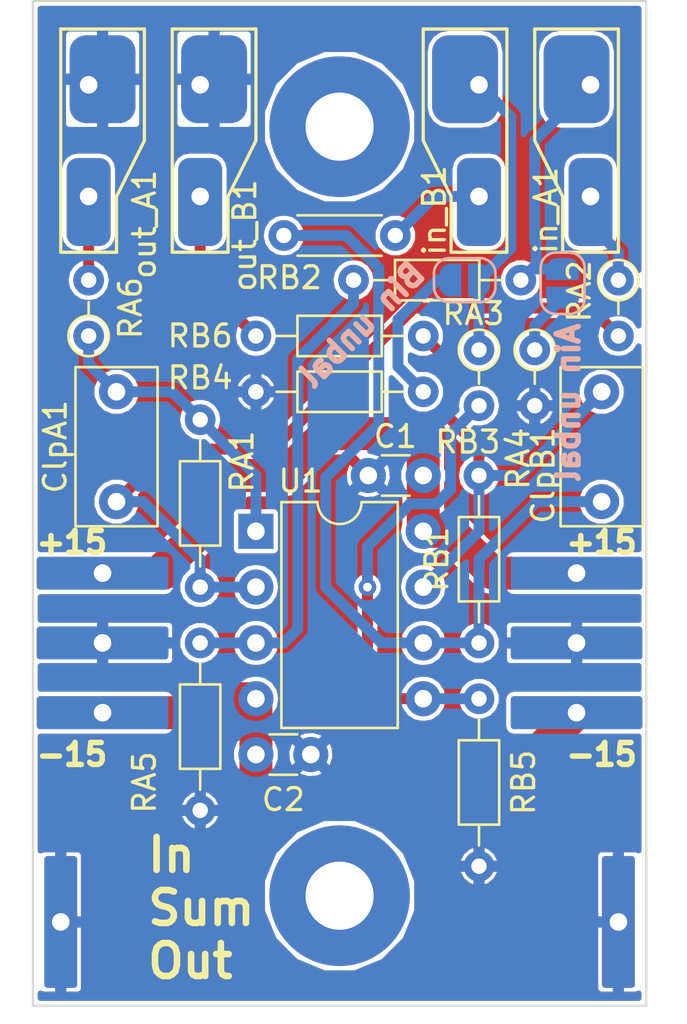
<source format=kicad_pcb>
(kicad_pcb (version 20171130) (host pcbnew 5.0.2-bee76a0~70~ubuntu16.04.1)

  (general
    (thickness 1.6)
    (drawings 11)
    (tracks 100)
    (zones 0)
    (modules 33)
    (nets 18)
  )

  (page A4)
  (layers
    (0 F.Cu signal)
    (31 B.Cu signal)
    (32 B.Adhes user)
    (33 F.Adhes user)
    (34 B.Paste user)
    (35 F.Paste user)
    (36 B.SilkS user)
    (37 F.SilkS user)
    (38 B.Mask user)
    (39 F.Mask user)
    (40 Dwgs.User user)
    (41 Cmts.User user)
    (42 Eco1.User user)
    (43 Eco2.User user)
    (44 Edge.Cuts user)
    (45 Margin user)
    (46 B.CrtYd user)
    (47 F.CrtYd user)
    (48 B.Fab user)
    (49 F.Fab user)
  )

  (setup
    (last_trace_width 0.5)
    (trace_clearance 0.2)
    (zone_clearance 0.169333)
    (zone_45_only no)
    (trace_min 0.2)
    (segment_width 0.2)
    (edge_width 0.1)
    (via_size 0.8)
    (via_drill 0.4)
    (via_min_size 0.4)
    (via_min_drill 0.3)
    (uvia_size 0.3)
    (uvia_drill 0.1)
    (uvias_allowed no)
    (uvia_min_size 0.2)
    (uvia_min_drill 0.1)
    (pcb_text_width 0.3)
    (pcb_text_size 1.5 1.5)
    (mod_edge_width 0.15)
    (mod_text_size 1 1)
    (mod_text_width 0.15)
    (pad_size 1.4 1.4)
    (pad_drill 0.7)
    (pad_to_mask_clearance 0)
    (solder_mask_min_width 0.25)
    (aux_axis_origin 0 0)
    (visible_elements FFFDFF7F)
    (pcbplotparams
      (layerselection 0x010f0_ffffffff)
      (usegerberextensions false)
      (usegerberattributes true)
      (usegerberadvancedattributes false)
      (creategerberjobfile false)
      (excludeedgelayer false)
      (linewidth 0.100000)
      (plotframeref false)
      (viasonmask false)
      (mode 1)
      (useauxorigin false)
      (hpglpennumber 1)
      (hpglpenspeed 20)
      (hpglpendiameter 15.000000)
      (psnegative false)
      (psa4output false)
      (plotreference true)
      (plotvalue true)
      (plotinvisibletext false)
      (padsonsilk true)
      (subtractmaskfromsilk false)
      (outputformat 1)
      (mirror false)
      (drillshape 0)
      (scaleselection 1)
      (outputdirectory "plots/"))
  )

  (net 0 "")
  (net 1 GNDA)
  (net 2 inA-)
  (net 3 inA+)
  (net 4 inB+)
  (net 5 inB-)
  (net 6 outB)
  (net 7 outA)
  (net 8 +15V)
  (net 9 -15V)
  (net 10 "Net-(ClpA1-Pad2)")
  (net 11 "Net-(ClpA1-Pad1)")
  (net 12 "Net-(ClpB1-Pad1)")
  (net 13 "Net-(ClpB1-Pad2)")
  (net 14 "Net-(JA2-Pad2)")
  (net 15 "Net-(JB1-Pad2)")
  (net 16 "Net-(RA3-Pad2)")
  (net 17 "Net-(RB3-Pad2)")

  (net_class Default "This is the default net class."
    (clearance 0.2)
    (trace_width 0.5)
    (via_dia 0.8)
    (via_drill 0.4)
    (uvia_dia 0.3)
    (uvia_drill 0.1)
    (add_net +15V)
    (add_net -15V)
    (add_net GNDA)
    (add_net "Net-(ClpA1-Pad1)")
    (add_net "Net-(ClpA1-Pad2)")
    (add_net "Net-(ClpB1-Pad1)")
    (add_net "Net-(ClpB1-Pad2)")
    (add_net "Net-(JA2-Pad2)")
    (add_net "Net-(JB1-Pad2)")
    (add_net "Net-(RA3-Pad2)")
    (add_net "Net-(RB3-Pad2)")
    (add_net inA+)
    (add_net inA-)
    (add_net inB+)
    (add_net inB-)
    (add_net outA)
    (add_net outB)
  )

  (module MountingHole:MountingHole_3.2mm_M3_Pad (layer F.Cu) (tedit 5CE3BF4A) (tstamp 5DB49F39)
    (at 39.37 18.415)
    (descr "Mounting Hole 3.2mm, M3")
    (tags "mounting hole 3.2mm m3")
    (attr virtual)
    (fp_text reference REF** (at 0 -4.2) (layer F.SilkS) hide
      (effects (font (size 1 1) (thickness 0.15)))
    )
    (fp_text value MountingHole_3.2mm_M3_Pad (at 0 4.2) (layer F.Fab)
      (effects (font (size 1 1) (thickness 0.15)))
    )
    (fp_circle (center 0 0) (end 3.45 0) (layer F.CrtYd) (width 0.05))
    (fp_circle (center 0 0) (end 3.2 0) (layer Cmts.User) (width 0.15))
    (fp_text user %R (at 0.3 0) (layer F.Fab)
      (effects (font (size 1 1) (thickness 0.15)))
    )
    (pad 1 thru_hole circle (at 0 0) (size 6.4 6.4) (drill 3.1) (layers *.Cu *.Mask))
  )

  (module MountingHole:MountingHole_3.2mm_M3_Pad (layer F.Cu) (tedit 5CE3BF4F) (tstamp 5CBFFFFE)
    (at 39.37 53.34)
    (descr "Mounting Hole 3.2mm, M3")
    (tags "mounting hole 3.2mm m3")
    (attr virtual)
    (fp_text reference REF** (at 0 -4.2) (layer F.SilkS) hide
      (effects (font (size 1 1) (thickness 0.15)))
    )
    (fp_text value MountingHole_3.2mm_M3_Pad (at 0 4.2) (layer F.Fab)
      (effects (font (size 1 1) (thickness 0.15)))
    )
    (fp_circle (center 0 0) (end 3.45 0) (layer F.CrtYd) (width 0.05))
    (fp_circle (center 0 0) (end 3.2 0) (layer Cmts.User) (width 0.15))
    (fp_text user %R (at 0.3 0) (layer F.Fab)
      (effects (font (size 1 1) (thickness 0.15)))
    )
    (pad 1 thru_hole circle (at 0 0.075) (size 6.4 6.4) (drill 3.1) (layers *.Cu *.Mask))
  )

  (module Capacitor_THT:C_Disc_D3.0mm_W1.6mm_P2.50mm (layer F.Cu) (tedit 5AE50EF0) (tstamp 5DB47731)
    (at 43.18 34.29 180)
    (descr "C, Disc series, Radial, pin pitch=2.50mm, , diameter*width=3.0*1.6mm^2, Capacitor, http://www.vishay.com/docs/45233/krseries.pdf")
    (tags "C Disc series Radial pin pitch 2.50mm  diameter 3.0mm width 1.6mm Capacitor")
    (path /5C54CB2B)
    (fp_text reference C1 (at 1.27 1.778 180) (layer F.SilkS)
      (effects (font (size 1 1) (thickness 0.15)))
    )
    (fp_text value 100n (at 1.25 2.05 180) (layer F.Fab)
      (effects (font (size 1 1) (thickness 0.15)))
    )
    (fp_line (start -0.25 -0.8) (end -0.25 0.8) (layer F.Fab) (width 0.1))
    (fp_line (start -0.25 0.8) (end 2.75 0.8) (layer F.Fab) (width 0.1))
    (fp_line (start 2.75 0.8) (end 2.75 -0.8) (layer F.Fab) (width 0.1))
    (fp_line (start 2.75 -0.8) (end -0.25 -0.8) (layer F.Fab) (width 0.1))
    (fp_line (start 0.621 -0.92) (end 1.879 -0.92) (layer F.SilkS) (width 0.12))
    (fp_line (start 0.621 0.92) (end 1.879 0.92) (layer F.SilkS) (width 0.12))
    (fp_line (start -1.05 -1.05) (end -1.05 1.05) (layer F.CrtYd) (width 0.05))
    (fp_line (start -1.05 1.05) (end 3.55 1.05) (layer F.CrtYd) (width 0.05))
    (fp_line (start 3.55 1.05) (end 3.55 -1.05) (layer F.CrtYd) (width 0.05))
    (fp_line (start 3.55 -1.05) (end -1.05 -1.05) (layer F.CrtYd) (width 0.05))
    (fp_text user %R (at 1.25 0 180) (layer F.Fab)
      (effects (font (size 0.6 0.6) (thickness 0.09)))
    )
    (pad 1 thru_hole circle (at 0 0 180) (size 1.6 1.6) (drill 0.8) (layers *.Cu *.Mask)
      (net 8 +15V))
    (pad 2 thru_hole circle (at 2.5 0 180) (size 1.6 1.6) (drill 0.8) (layers *.Cu *.Mask)
      (net 1 GNDA))
    (model ${KISYS3DMOD}/Capacitor_THT.3dshapes/C_Disc_D3.0mm_W1.6mm_P2.50mm.wrl
      (at (xyz 0 0 0))
      (scale (xyz 1 1 1))
      (rotate (xyz 0 0 0))
    )
  )

  (module Capacitor_THT:C_Disc_D3.0mm_W1.6mm_P2.50mm (layer F.Cu) (tedit 5AE50EF0) (tstamp 5DB47761)
    (at 38.06 46.99 180)
    (descr "C, Disc series, Radial, pin pitch=2.50mm, , diameter*width=3.0*1.6mm^2, Capacitor, http://www.vishay.com/docs/45233/krseries.pdf")
    (tags "C Disc series Radial pin pitch 2.50mm  diameter 3.0mm width 1.6mm Capacitor")
    (path /5C54CB3A)
    (fp_text reference C2 (at 1.25 -2.05 180) (layer F.SilkS)
      (effects (font (size 1 1) (thickness 0.15)))
    )
    (fp_text value 100n (at 1.25 2.05 180) (layer F.Fab)
      (effects (font (size 1 1) (thickness 0.15)))
    )
    (fp_text user %R (at 1.25 0 180) (layer F.Fab)
      (effects (font (size 0.6 0.6) (thickness 0.09)))
    )
    (fp_line (start 3.55 -1.05) (end -1.05 -1.05) (layer F.CrtYd) (width 0.05))
    (fp_line (start 3.55 1.05) (end 3.55 -1.05) (layer F.CrtYd) (width 0.05))
    (fp_line (start -1.05 1.05) (end 3.55 1.05) (layer F.CrtYd) (width 0.05))
    (fp_line (start -1.05 -1.05) (end -1.05 1.05) (layer F.CrtYd) (width 0.05))
    (fp_line (start 0.621 0.92) (end 1.879 0.92) (layer F.SilkS) (width 0.12))
    (fp_line (start 0.621 -0.92) (end 1.879 -0.92) (layer F.SilkS) (width 0.12))
    (fp_line (start 2.75 -0.8) (end -0.25 -0.8) (layer F.Fab) (width 0.1))
    (fp_line (start 2.75 0.8) (end 2.75 -0.8) (layer F.Fab) (width 0.1))
    (fp_line (start -0.25 0.8) (end 2.75 0.8) (layer F.Fab) (width 0.1))
    (fp_line (start -0.25 -0.8) (end -0.25 0.8) (layer F.Fab) (width 0.1))
    (pad 2 thru_hole circle (at 2.5 0 180) (size 1.6 1.6) (drill 0.8) (layers *.Cu *.Mask)
      (net 9 -15V))
    (pad 1 thru_hole circle (at 0 0 180) (size 1.6 1.6) (drill 0.8) (layers *.Cu *.Mask)
      (net 1 GNDA))
    (model ${KISYS3DMOD}/Capacitor_THT.3dshapes/C_Disc_D3.0mm_W1.6mm_P2.50mm.wrl
      (at (xyz 0 0 0))
      (scale (xyz 1 1 1))
      (rotate (xyz 0 0 0))
    )
  )

  (module Capacitor_THT:C_Rect_L7.0mm_W3.5mm_P5.00mm (layer F.Cu) (tedit 5AE50EF0) (tstamp 5DB49B0C)
    (at 29.21 30.48 270)
    (descr "C, Rect series, Radial, pin pitch=5.00mm, , length*width=7*3.5mm^2, Capacitor")
    (tags "C Rect series Radial pin pitch 5.00mm  length 7mm width 3.5mm Capacitor")
    (path /5CA42A5F)
    (fp_text reference ClpA1 (at 2.5 2.794 270) (layer F.SilkS)
      (effects (font (size 1 1) (thickness 0.15)))
    )
    (fp_text value 330p (at 2.5 3 270) (layer F.Fab)
      (effects (font (size 1 1) (thickness 0.15)))
    )
    (fp_text user %R (at 2.5 0 270) (layer F.Fab)
      (effects (font (size 1 1) (thickness 0.15)))
    )
    (fp_line (start 6.25 -2) (end -1.25 -2) (layer F.CrtYd) (width 0.05))
    (fp_line (start 6.25 2) (end 6.25 -2) (layer F.CrtYd) (width 0.05))
    (fp_line (start -1.25 2) (end 6.25 2) (layer F.CrtYd) (width 0.05))
    (fp_line (start -1.25 -2) (end -1.25 2) (layer F.CrtYd) (width 0.05))
    (fp_line (start 6.12 -1.87) (end 6.12 1.87) (layer F.SilkS) (width 0.12))
    (fp_line (start -1.12 -1.87) (end -1.12 1.87) (layer F.SilkS) (width 0.12))
    (fp_line (start -1.12 1.87) (end 6.12 1.87) (layer F.SilkS) (width 0.12))
    (fp_line (start -1.12 -1.87) (end 6.12 -1.87) (layer F.SilkS) (width 0.12))
    (fp_line (start 6 -1.75) (end -1 -1.75) (layer F.Fab) (width 0.1))
    (fp_line (start 6 1.75) (end 6 -1.75) (layer F.Fab) (width 0.1))
    (fp_line (start -1 1.75) (end 6 1.75) (layer F.Fab) (width 0.1))
    (fp_line (start -1 -1.75) (end -1 1.75) (layer F.Fab) (width 0.1))
    (pad 2 thru_hole circle (at 5 0 270) (size 1.6 1.6) (drill 0.8) (layers *.Cu *.Mask)
      (net 10 "Net-(ClpA1-Pad2)"))
    (pad 1 thru_hole circle (at 0 0 270) (size 1.6 1.6) (drill 0.8) (layers *.Cu *.Mask)
      (net 11 "Net-(ClpA1-Pad1)"))
    (model ${KISYS3DMOD}/Capacitor_THT.3dshapes/C_Rect_L7.0mm_W3.5mm_P5.00mm.wrl
      (at (xyz 0 0 0))
      (scale (xyz 1 1 1))
      (rotate (xyz 0 0 0))
    )
  )

  (module Capacitor_THT:C_Rect_L7.0mm_W3.5mm_P5.00mm (layer F.Cu) (tedit 5AE50EF0) (tstamp 5DB47C58)
    (at 51.308 30.48 270)
    (descr "C, Rect series, Radial, pin pitch=5.00mm, , length*width=7*3.5mm^2, Capacitor")
    (tags "C Rect series Radial pin pitch 5.00mm  length 7mm width 3.5mm Capacitor")
    (path /5CA46ED4)
    (fp_text reference ClpB1 (at 3.81 2.667 90) (layer F.SilkS)
      (effects (font (size 1 1) (thickness 0.15)))
    )
    (fp_text value 330p (at 2.5 3 270) (layer F.Fab)
      (effects (font (size 1 1) (thickness 0.15)))
    )
    (fp_line (start -1 -1.75) (end -1 1.75) (layer F.Fab) (width 0.1))
    (fp_line (start -1 1.75) (end 6 1.75) (layer F.Fab) (width 0.1))
    (fp_line (start 6 1.75) (end 6 -1.75) (layer F.Fab) (width 0.1))
    (fp_line (start 6 -1.75) (end -1 -1.75) (layer F.Fab) (width 0.1))
    (fp_line (start -1.12 -1.87) (end 6.12 -1.87) (layer F.SilkS) (width 0.12))
    (fp_line (start -1.12 1.87) (end 6.12 1.87) (layer F.SilkS) (width 0.12))
    (fp_line (start -1.12 -1.87) (end -1.12 1.87) (layer F.SilkS) (width 0.12))
    (fp_line (start 6.12 -1.87) (end 6.12 1.87) (layer F.SilkS) (width 0.12))
    (fp_line (start -1.25 -2) (end -1.25 2) (layer F.CrtYd) (width 0.05))
    (fp_line (start -1.25 2) (end 6.25 2) (layer F.CrtYd) (width 0.05))
    (fp_line (start 6.25 2) (end 6.25 -2) (layer F.CrtYd) (width 0.05))
    (fp_line (start 6.25 -2) (end -1.25 -2) (layer F.CrtYd) (width 0.05))
    (fp_text user %R (at 2.5 0 270) (layer F.Fab)
      (effects (font (size 1 1) (thickness 0.15)))
    )
    (pad 1 thru_hole circle (at 0 0 270) (size 1.6 1.6) (drill 0.8) (layers *.Cu *.Mask)
      (net 12 "Net-(ClpB1-Pad1)"))
    (pad 2 thru_hole circle (at 5 0 270) (size 1.6 1.6) (drill 0.8) (layers *.Cu *.Mask)
      (net 13 "Net-(ClpB1-Pad2)"))
    (model ${KISYS3DMOD}/Capacitor_THT.3dshapes/C_Rect_L7.0mm_W3.5mm_P5.00mm.wrl
      (at (xyz 0 0 0))
      (scale (xyz 1 1 1))
      (rotate (xyz 0 0 0))
    )
  )

  (module footprints:coax_solder_pad_flipped (layer F.Cu) (tedit 5CD00DB1) (tstamp 5DB45F5C)
    (at 50.8 16.51 270)
    (path /5DB4907B)
    (fp_text reference in_A1 (at 5.715 2.032 270) (layer F.SilkS)
      (effects (font (size 1 1) (thickness 0.15)))
    )
    (fp_text value Conn_01x02 (at 3.57 -3.57 270) (layer F.Fab)
      (effects (font (size 1 1) (thickness 0.15)))
    )
    (fp_line (start -2.54 2.54) (end 2.54 2.54) (layer F.SilkS) (width 0.15))
    (fp_line (start 2.54 2.54) (end 5.08 1.27) (layer F.SilkS) (width 0.15))
    (fp_line (start 5.08 1.27) (end 7.62 1.27) (layer F.SilkS) (width 0.15))
    (fp_line (start 7.62 1.27) (end 7.62 -1.27) (layer F.SilkS) (width 0.15))
    (fp_line (start 7.62 -1.27) (end -2.54 -1.27) (layer F.SilkS) (width 0.15))
    (fp_line (start -2.54 -1.27) (end -2.54 2.54) (layer F.SilkS) (width 0.15))
    (pad 1 thru_hole roundrect (at 0 0 90) (size 4 3) (drill 0.8 (offset 0.254 -0.635)) (layers *.Cu *.Mask) (roundrect_rratio 0.25)
      (net 3 inA+))
    (pad 2 thru_hole roundrect (at 5.08 0 90) (size 4 2) (drill 0.8 (offset -0.254 0)) (layers *.Cu *.Mask) (roundrect_rratio 0.25)
      (net 2 inA-))
  )

  (module footprints:coax_solder_pad_flipped (layer F.Cu) (tedit 5CD00DB1) (tstamp 5DC81D51)
    (at 45.72 16.51 270)
    (path /5DB5F0AA)
    (fp_text reference in_B1 (at 5.715 2.032 270) (layer F.SilkS)
      (effects (font (size 1 1) (thickness 0.15)))
    )
    (fp_text value Conn_01x02 (at 3.57 -3.57 270) (layer F.Fab)
      (effects (font (size 1 1) (thickness 0.15)))
    )
    (fp_line (start -2.54 -1.27) (end -2.54 2.54) (layer F.SilkS) (width 0.15))
    (fp_line (start 7.62 -1.27) (end -2.54 -1.27) (layer F.SilkS) (width 0.15))
    (fp_line (start 7.62 1.27) (end 7.62 -1.27) (layer F.SilkS) (width 0.15))
    (fp_line (start 5.08 1.27) (end 7.62 1.27) (layer F.SilkS) (width 0.15))
    (fp_line (start 2.54 2.54) (end 5.08 1.27) (layer F.SilkS) (width 0.15))
    (fp_line (start -2.54 2.54) (end 2.54 2.54) (layer F.SilkS) (width 0.15))
    (pad 2 thru_hole roundrect (at 5.08 0 90) (size 4 2) (drill 0.8 (offset -0.254 0)) (layers *.Cu *.Mask) (roundrect_rratio 0.25)
      (net 5 inB-))
    (pad 1 thru_hole roundrect (at 0 0 90) (size 4 3) (drill 0.8 (offset 0.254 -0.635)) (layers *.Cu *.Mask) (roundrect_rratio 0.25)
      (net 4 inB+))
  )

  (module footprints:edge_solderstrip_th (layer F.Cu) (tedit 5DB46A04) (tstamp 5DB45F69)
    (at 26.67 54.61 90)
    (path /5DB902E7)
    (fp_text reference J1 (at 0 1.27 90) (layer F.SilkS) hide
      (effects (font (size 1 1) (thickness 0.15)))
    )
    (fp_text value Conn_01x01 (at 0 -1.785 90) (layer F.Fab)
      (effects (font (size 1 1) (thickness 0.15)))
    )
    (pad 1 thru_hole roundrect (at 0 0 90) (size 6 1.5) (drill 0.8) (layers *.Cu *.Mask) (roundrect_rratio 0.1)
      (net 1 GNDA))
  )

  (module Jumper:SolderJumper-2_P1.3mm_Open_RoundedPad1.0x1.5mm (layer B.Cu) (tedit 5DC81D97) (tstamp 5DB45F9A)
    (at 49.53 25.542 270)
    (descr "SMD Solder Jumper, 1x1.5mm, rounded Pads, 0.3mm gap, open")
    (tags "solder jumper open")
    (path /5C54CACC)
    (attr virtual)
    (fp_text reference JA2 (at 3.033 -0.635 270) (layer B.SilkS) hide
      (effects (font (size 1 1) (thickness 0.15)) (justify mirror))
    )
    (fp_text value Jumper (at 0 -1.9 270) (layer B.Fab)
      (effects (font (size 1 1) (thickness 0.15)) (justify mirror))
    )
    (fp_line (start 1.65 -1.25) (end -1.65 -1.25) (layer B.CrtYd) (width 0.05))
    (fp_line (start 1.65 -1.25) (end 1.65 1.25) (layer B.CrtYd) (width 0.05))
    (fp_line (start -1.65 1.25) (end -1.65 -1.25) (layer B.CrtYd) (width 0.05))
    (fp_line (start -1.65 1.25) (end 1.65 1.25) (layer B.CrtYd) (width 0.05))
    (fp_line (start -0.7 1) (end 0.7 1) (layer B.SilkS) (width 0.12))
    (fp_line (start 1.4 0.3) (end 1.4 -0.3) (layer B.SilkS) (width 0.12))
    (fp_line (start 0.7 -1) (end -0.7 -1) (layer B.SilkS) (width 0.12))
    (fp_line (start -1.4 -0.3) (end -1.4 0.3) (layer B.SilkS) (width 0.12))
    (fp_arc (start -0.7 0.3) (end -0.7 1) (angle 90) (layer B.SilkS) (width 0.12))
    (fp_arc (start -0.7 -0.3) (end -1.4 -0.3) (angle 90) (layer B.SilkS) (width 0.12))
    (fp_arc (start 0.7 -0.3) (end 0.7 -1) (angle 90) (layer B.SilkS) (width 0.12))
    (fp_arc (start 0.7 0.3) (end 1.4 0.3) (angle 90) (layer B.SilkS) (width 0.12))
    (pad 2 smd custom (at 0.65 0 270) (size 1 0.5) (layers B.Cu B.Mask)
      (net 14 "Net-(JA2-Pad2)") (zone_connect 0)
      (options (clearance outline) (anchor rect))
      (primitives
        (gr_circle (center 0 -0.25) (end 0.5 -0.25) (width 0))
        (gr_circle (center 0 0.25) (end 0.5 0.25) (width 0))
        (gr_poly (pts
           (xy 0 0.75) (xy -0.5 0.75) (xy -0.5 -0.75) (xy 0 -0.75)) (width 0))
      ))
    (pad 1 smd custom (at -0.65 0 270) (size 1 0.5) (layers B.Cu B.Mask)
      (net 3 inA+) (zone_connect 0)
      (options (clearance outline) (anchor rect))
      (primitives
        (gr_circle (center 0 -0.25) (end 0.5 -0.25) (width 0))
        (gr_circle (center 0 0.25) (end 0.5 0.25) (width 0))
        (gr_poly (pts
           (xy 0 0.75) (xy 0.5 0.75) (xy 0.5 -0.75) (xy 0 -0.75)) (width 0))
      ))
  )

  (module Jumper:SolderJumper-2_P1.3mm_Open_RoundedPad1.0x1.5mm (layer B.Cu) (tedit 5DC81DC8) (tstamp 5DB45FAC)
    (at 45.07 25.4 180)
    (descr "SMD Solder Jumper, 1x1.5mm, rounded Pads, 0.3mm gap, open")
    (tags "solder jumper open")
    (path /5C54CB0B)
    (attr virtual)
    (fp_text reference JB1 (at 3.16 0 180) (layer B.SilkS) hide
      (effects (font (size 1 1) (thickness 0.15)) (justify mirror))
    )
    (fp_text value Jumper (at 0 -1.9 180) (layer B.Fab)
      (effects (font (size 1 1) (thickness 0.15)) (justify mirror))
    )
    (fp_arc (start 0.7 0.3) (end 1.4 0.3) (angle 90) (layer B.SilkS) (width 0.12))
    (fp_arc (start 0.7 -0.3) (end 0.7 -1) (angle 90) (layer B.SilkS) (width 0.12))
    (fp_arc (start -0.7 -0.3) (end -1.4 -0.3) (angle 90) (layer B.SilkS) (width 0.12))
    (fp_arc (start -0.7 0.3) (end -0.7 1) (angle 90) (layer B.SilkS) (width 0.12))
    (fp_line (start -1.4 -0.3) (end -1.4 0.3) (layer B.SilkS) (width 0.12))
    (fp_line (start 0.7 -1) (end -0.7 -1) (layer B.SilkS) (width 0.12))
    (fp_line (start 1.4 0.3) (end 1.4 -0.3) (layer B.SilkS) (width 0.12))
    (fp_line (start -0.7 1) (end 0.7 1) (layer B.SilkS) (width 0.12))
    (fp_line (start -1.65 1.25) (end 1.65 1.25) (layer B.CrtYd) (width 0.05))
    (fp_line (start -1.65 1.25) (end -1.65 -1.25) (layer B.CrtYd) (width 0.05))
    (fp_line (start 1.65 -1.25) (end 1.65 1.25) (layer B.CrtYd) (width 0.05))
    (fp_line (start 1.65 -1.25) (end -1.65 -1.25) (layer B.CrtYd) (width 0.05))
    (pad 1 smd custom (at -0.65 0 180) (size 1 0.5) (layers B.Cu B.Mask)
      (net 4 inB+) (zone_connect 0)
      (options (clearance outline) (anchor rect))
      (primitives
        (gr_circle (center 0 -0.25) (end 0.5 -0.25) (width 0))
        (gr_circle (center 0 0.25) (end 0.5 0.25) (width 0))
        (gr_poly (pts
           (xy 0 0.75) (xy 0.5 0.75) (xy 0.5 -0.75) (xy 0 -0.75)) (width 0))
      ))
    (pad 2 smd custom (at 0.65 0 180) (size 1 0.5) (layers B.Cu B.Mask)
      (net 15 "Net-(JB1-Pad2)") (zone_connect 0)
      (options (clearance outline) (anchor rect))
      (primitives
        (gr_circle (center 0 -0.25) (end 0.5 -0.25) (width 0))
        (gr_circle (center 0 0.25) (end 0.5 0.25) (width 0))
        (gr_poly (pts
           (xy 0 0.75) (xy -0.5 0.75) (xy -0.5 -0.75) (xy 0 -0.75)) (width 0))
      ))
  )

  (module footprints:coax_solder_pad (layer F.Cu) (tedit 5CB1CA80) (tstamp 5DB468A4)
    (at 27.94 16.51 270)
    (path /5DB7682D)
    (fp_text reference out_A1 (at 6.35 -2.54 270) (layer F.SilkS)
      (effects (font (size 1 1) (thickness 0.15)))
    )
    (fp_text value Conn_01x02 (at 3.81 -3.81 270) (layer F.Fab)
      (effects (font (size 1 1) (thickness 0.15)))
    )
    (fp_line (start -2.54 1.27) (end -2.54 -2.54) (layer F.SilkS) (width 0.15))
    (fp_line (start 7.62 1.27) (end -2.54 1.27) (layer F.SilkS) (width 0.15))
    (fp_line (start 7.62 -1.27) (end 7.62 1.27) (layer F.SilkS) (width 0.15))
    (fp_line (start 5.08 -1.27) (end 7.62 -1.27) (layer F.SilkS) (width 0.15))
    (fp_line (start 2.54 -2.54) (end 5.08 -1.27) (layer F.SilkS) (width 0.15))
    (fp_line (start -2.54 -2.54) (end 2.54 -2.54) (layer F.SilkS) (width 0.15))
    (pad 2 thru_hole roundrect (at 5.08 0 270) (size 4 2) (drill 0.8 (offset 0.254 0)) (layers *.Cu *.Mask) (roundrect_rratio 0.25)
      (net 7 outA))
    (pad 1 thru_hole roundrect (at 0 0 270) (size 4 3) (drill 0.8 (offset -0.254 -0.635)) (layers *.Cu *.Mask) (roundrect_rratio 0.25)
      (net 1 GNDA))
  )

  (module footprints:coax_solder_pad (layer F.Cu) (tedit 5CB1CA80) (tstamp 5DB49C15)
    (at 33.02 16.51 270)
    (path /5DB6E651)
    (fp_text reference out_B1 (at 6.858 -2.032 270) (layer F.SilkS)
      (effects (font (size 1 1) (thickness 0.15)))
    )
    (fp_text value Conn_01x02 (at 3.81 -3.81 270) (layer F.Fab)
      (effects (font (size 1 1) (thickness 0.15)))
    )
    (fp_line (start -2.54 -2.54) (end 2.54 -2.54) (layer F.SilkS) (width 0.15))
    (fp_line (start 2.54 -2.54) (end 5.08 -1.27) (layer F.SilkS) (width 0.15))
    (fp_line (start 5.08 -1.27) (end 7.62 -1.27) (layer F.SilkS) (width 0.15))
    (fp_line (start 7.62 -1.27) (end 7.62 1.27) (layer F.SilkS) (width 0.15))
    (fp_line (start 7.62 1.27) (end -2.54 1.27) (layer F.SilkS) (width 0.15))
    (fp_line (start -2.54 1.27) (end -2.54 -2.54) (layer F.SilkS) (width 0.15))
    (pad 1 thru_hole roundrect (at 0 0 270) (size 4 3) (drill 0.8 (offset -0.254 -0.635)) (layers *.Cu *.Mask) (roundrect_rratio 0.25)
      (net 1 GNDA))
    (pad 2 thru_hole roundrect (at 5.08 0 270) (size 4 2) (drill 0.8 (offset 0.254 0)) (layers *.Cu *.Mask) (roundrect_rratio 0.25)
      (net 6 outB))
  )

  (module Resistor_THT:R_Axial_DIN0204_L3.6mm_D1.6mm_P7.62mm_Horizontal (layer F.Cu) (tedit 5AE5139B) (tstamp 5DB49A21)
    (at 33.02 39.37 90)
    (descr "Resistor, Axial_DIN0204 series, Axial, Horizontal, pin pitch=7.62mm, 0.167W, length*diameter=3.6*1.6mm^2, http://cdn-reichelt.de/documents/datenblatt/B400/1_4W%23YAG.pdf")
    (tags "Resistor Axial_DIN0204 series Axial Horizontal pin pitch 7.62mm 0.167W length 3.6mm diameter 1.6mm")
    (path /5C54CA95)
    (fp_text reference RA1 (at 5.715 1.905 270) (layer F.SilkS)
      (effects (font (size 1 1) (thickness 0.15)))
    )
    (fp_text value 10k|10k|0 (at 3.81 1.92 90) (layer F.Fab)
      (effects (font (size 1 1) (thickness 0.15)))
    )
    (fp_text user %R (at 3.81 0 90) (layer F.Fab)
      (effects (font (size 0.72 0.72) (thickness 0.108)))
    )
    (fp_line (start 8.57 -1.05) (end -0.95 -1.05) (layer F.CrtYd) (width 0.05))
    (fp_line (start 8.57 1.05) (end 8.57 -1.05) (layer F.CrtYd) (width 0.05))
    (fp_line (start -0.95 1.05) (end 8.57 1.05) (layer F.CrtYd) (width 0.05))
    (fp_line (start -0.95 -1.05) (end -0.95 1.05) (layer F.CrtYd) (width 0.05))
    (fp_line (start 6.68 0) (end 5.73 0) (layer F.SilkS) (width 0.12))
    (fp_line (start 0.94 0) (end 1.89 0) (layer F.SilkS) (width 0.12))
    (fp_line (start 5.73 -0.92) (end 1.89 -0.92) (layer F.SilkS) (width 0.12))
    (fp_line (start 5.73 0.92) (end 5.73 -0.92) (layer F.SilkS) (width 0.12))
    (fp_line (start 1.89 0.92) (end 5.73 0.92) (layer F.SilkS) (width 0.12))
    (fp_line (start 1.89 -0.92) (end 1.89 0.92) (layer F.SilkS) (width 0.12))
    (fp_line (start 7.62 0) (end 5.61 0) (layer F.Fab) (width 0.1))
    (fp_line (start 0 0) (end 2.01 0) (layer F.Fab) (width 0.1))
    (fp_line (start 5.61 -0.8) (end 2.01 -0.8) (layer F.Fab) (width 0.1))
    (fp_line (start 5.61 0.8) (end 5.61 -0.8) (layer F.Fab) (width 0.1))
    (fp_line (start 2.01 0.8) (end 5.61 0.8) (layer F.Fab) (width 0.1))
    (fp_line (start 2.01 -0.8) (end 2.01 0.8) (layer F.Fab) (width 0.1))
    (pad 2 thru_hole oval (at 7.62 0 90) (size 1.4 1.4) (drill 0.7) (layers *.Cu *.Mask)
      (net 11 "Net-(ClpA1-Pad1)"))
    (pad 1 thru_hole circle (at 0 0 90) (size 1.4 1.4) (drill 0.7) (layers *.Cu *.Mask)
      (net 10 "Net-(ClpA1-Pad2)"))
    (model ${KISYS3DMOD}/Resistor_THT.3dshapes/R_Axial_DIN0204_L3.6mm_D1.6mm_P7.62mm_Horizontal.wrl
      (at (xyz 0 0 0))
      (scale (xyz 1 1 1))
      (rotate (xyz 0 0 0))
    )
  )

  (module Resistor_THT:R_Axial_DIN0204_L3.6mm_D1.6mm_P7.62mm_Horizontal (layer F.Cu) (tedit 5AE5139B) (tstamp 5DB49974)
    (at 33.02 41.91 270)
    (descr "Resistor, Axial_DIN0204 series, Axial, Horizontal, pin pitch=7.62mm, 0.167W, length*diameter=3.6*1.6mm^2, http://cdn-reichelt.de/documents/datenblatt/B400/1_4W%23YAG.pdf")
    (tags "Resistor Axial_DIN0204 series Axial Horizontal pin pitch 7.62mm 0.167W length 3.6mm diameter 1.6mm")
    (path /5C54CAAC)
    (fp_text reference RA5 (at 6.35 2.54 270) (layer F.SilkS)
      (effects (font (size 1 1) (thickness 0.15)))
    )
    (fp_text value 10k|open|open (at 3.81 1.92 270) (layer F.Fab)
      (effects (font (size 1 1) (thickness 0.15)))
    )
    (fp_text user %R (at 3.81 0 270) (layer F.Fab)
      (effects (font (size 0.72 0.72) (thickness 0.108)))
    )
    (fp_line (start 8.57 -1.05) (end -0.95 -1.05) (layer F.CrtYd) (width 0.05))
    (fp_line (start 8.57 1.05) (end 8.57 -1.05) (layer F.CrtYd) (width 0.05))
    (fp_line (start -0.95 1.05) (end 8.57 1.05) (layer F.CrtYd) (width 0.05))
    (fp_line (start -0.95 -1.05) (end -0.95 1.05) (layer F.CrtYd) (width 0.05))
    (fp_line (start 6.68 0) (end 5.73 0) (layer F.SilkS) (width 0.12))
    (fp_line (start 0.94 0) (end 1.89 0) (layer F.SilkS) (width 0.12))
    (fp_line (start 5.73 -0.92) (end 1.89 -0.92) (layer F.SilkS) (width 0.12))
    (fp_line (start 5.73 0.92) (end 5.73 -0.92) (layer F.SilkS) (width 0.12))
    (fp_line (start 1.89 0.92) (end 5.73 0.92) (layer F.SilkS) (width 0.12))
    (fp_line (start 1.89 -0.92) (end 1.89 0.92) (layer F.SilkS) (width 0.12))
    (fp_line (start 7.62 0) (end 5.61 0) (layer F.Fab) (width 0.1))
    (fp_line (start 0 0) (end 2.01 0) (layer F.Fab) (width 0.1))
    (fp_line (start 5.61 -0.8) (end 2.01 -0.8) (layer F.Fab) (width 0.1))
    (fp_line (start 5.61 0.8) (end 5.61 -0.8) (layer F.Fab) (width 0.1))
    (fp_line (start 2.01 0.8) (end 5.61 0.8) (layer F.Fab) (width 0.1))
    (fp_line (start 2.01 -0.8) (end 2.01 0.8) (layer F.Fab) (width 0.1))
    (pad 2 thru_hole oval (at 7.62 0 270) (size 1.4 1.4) (drill 0.7) (layers *.Cu *.Mask)
      (net 1 GNDA))
    (pad 1 thru_hole circle (at 0 0 270) (size 1.4 1.4) (drill 0.7) (layers *.Cu *.Mask)
      (net 16 "Net-(RA3-Pad2)"))
    (model ${KISYS3DMOD}/Resistor_THT.3dshapes/R_Axial_DIN0204_L3.6mm_D1.6mm_P7.62mm_Horizontal.wrl
      (at (xyz 0 0 0))
      (scale (xyz 1 1 1))
      (rotate (xyz 0 0 0))
    )
  )

  (module Resistor_THT:R_Axial_DIN0204_L3.6mm_D1.6mm_P7.62mm_Horizontal (layer F.Cu) (tedit 5AE5139B) (tstamp 5DB475D5)
    (at 45.72 41.91 90)
    (descr "Resistor, Axial_DIN0204 series, Axial, Horizontal, pin pitch=7.62mm, 0.167W, length*diameter=3.6*1.6mm^2, http://cdn-reichelt.de/documents/datenblatt/B400/1_4W%23YAG.pdf")
    (tags "Resistor Axial_DIN0204 series Axial Horizontal pin pitch 7.62mm 0.167W length 3.6mm diameter 1.6mm")
    (path /5C54CB19)
    (fp_text reference RB1 (at 3.81 -1.92 90) (layer F.SilkS)
      (effects (font (size 1 1) (thickness 0.15)))
    )
    (fp_text value 10k|10k|0 (at 3.81 1.92 90) (layer F.Fab)
      (effects (font (size 1 1) (thickness 0.15)))
    )
    (fp_text user %R (at 3.81 0 90) (layer F.Fab)
      (effects (font (size 0.72 0.72) (thickness 0.108)))
    )
    (fp_line (start 8.57 -1.05) (end -0.95 -1.05) (layer F.CrtYd) (width 0.05))
    (fp_line (start 8.57 1.05) (end 8.57 -1.05) (layer F.CrtYd) (width 0.05))
    (fp_line (start -0.95 1.05) (end 8.57 1.05) (layer F.CrtYd) (width 0.05))
    (fp_line (start -0.95 -1.05) (end -0.95 1.05) (layer F.CrtYd) (width 0.05))
    (fp_line (start 6.68 0) (end 5.73 0) (layer F.SilkS) (width 0.12))
    (fp_line (start 0.94 0) (end 1.89 0) (layer F.SilkS) (width 0.12))
    (fp_line (start 5.73 -0.92) (end 1.89 -0.92) (layer F.SilkS) (width 0.12))
    (fp_line (start 5.73 0.92) (end 5.73 -0.92) (layer F.SilkS) (width 0.12))
    (fp_line (start 1.89 0.92) (end 5.73 0.92) (layer F.SilkS) (width 0.12))
    (fp_line (start 1.89 -0.92) (end 1.89 0.92) (layer F.SilkS) (width 0.12))
    (fp_line (start 7.62 0) (end 5.61 0) (layer F.Fab) (width 0.1))
    (fp_line (start 0 0) (end 2.01 0) (layer F.Fab) (width 0.1))
    (fp_line (start 5.61 -0.8) (end 2.01 -0.8) (layer F.Fab) (width 0.1))
    (fp_line (start 5.61 0.8) (end 5.61 -0.8) (layer F.Fab) (width 0.1))
    (fp_line (start 2.01 0.8) (end 5.61 0.8) (layer F.Fab) (width 0.1))
    (fp_line (start 2.01 -0.8) (end 2.01 0.8) (layer F.Fab) (width 0.1))
    (pad 2 thru_hole oval (at 7.62 0 90) (size 1.4 1.4) (drill 0.7) (layers *.Cu *.Mask)
      (net 12 "Net-(ClpB1-Pad1)"))
    (pad 1 thru_hole circle (at 0 0 90) (size 1.4 1.4) (drill 0.7) (layers *.Cu *.Mask)
      (net 13 "Net-(ClpB1-Pad2)"))
    (model ${KISYS3DMOD}/Resistor_THT.3dshapes/R_Axial_DIN0204_L3.6mm_D1.6mm_P7.62mm_Horizontal.wrl
      (at (xyz 0 0 0))
      (scale (xyz 1 1 1))
      (rotate (xyz 0 0 0))
    )
  )

  (module Resistor_THT:R_Axial_DIN0204_L3.6mm_D1.6mm_P7.62mm_Horizontal (layer F.Cu) (tedit 5AE5139B) (tstamp 5DB46CC0)
    (at 43.18 30.48 180)
    (descr "Resistor, Axial_DIN0204 series, Axial, Horizontal, pin pitch=7.62mm, 0.167W, length*diameter=3.6*1.6mm^2, http://cdn-reichelt.de/documents/datenblatt/B400/1_4W%23YAG.pdf")
    (tags "Resistor Axial_DIN0204 series Axial Horizontal pin pitch 7.62mm 0.167W length 3.6mm diameter 1.6mm")
    (path /5C54CAF8)
    (fp_text reference RB4 (at 10.16 0.635 180) (layer F.SilkS)
      (effects (font (size 1 1) (thickness 0.15)))
    )
    (fp_text value 10|0|open (at 3.81 1.92 180) (layer F.Fab)
      (effects (font (size 1 1) (thickness 0.15)))
    )
    (fp_line (start 2.01 -0.8) (end 2.01 0.8) (layer F.Fab) (width 0.1))
    (fp_line (start 2.01 0.8) (end 5.61 0.8) (layer F.Fab) (width 0.1))
    (fp_line (start 5.61 0.8) (end 5.61 -0.8) (layer F.Fab) (width 0.1))
    (fp_line (start 5.61 -0.8) (end 2.01 -0.8) (layer F.Fab) (width 0.1))
    (fp_line (start 0 0) (end 2.01 0) (layer F.Fab) (width 0.1))
    (fp_line (start 7.62 0) (end 5.61 0) (layer F.Fab) (width 0.1))
    (fp_line (start 1.89 -0.92) (end 1.89 0.92) (layer F.SilkS) (width 0.12))
    (fp_line (start 1.89 0.92) (end 5.73 0.92) (layer F.SilkS) (width 0.12))
    (fp_line (start 5.73 0.92) (end 5.73 -0.92) (layer F.SilkS) (width 0.12))
    (fp_line (start 5.73 -0.92) (end 1.89 -0.92) (layer F.SilkS) (width 0.12))
    (fp_line (start 0.94 0) (end 1.89 0) (layer F.SilkS) (width 0.12))
    (fp_line (start 6.68 0) (end 5.73 0) (layer F.SilkS) (width 0.12))
    (fp_line (start -0.95 -1.05) (end -0.95 1.05) (layer F.CrtYd) (width 0.05))
    (fp_line (start -0.95 1.05) (end 8.57 1.05) (layer F.CrtYd) (width 0.05))
    (fp_line (start 8.57 1.05) (end 8.57 -1.05) (layer F.CrtYd) (width 0.05))
    (fp_line (start 8.57 -1.05) (end -0.95 -1.05) (layer F.CrtYd) (width 0.05))
    (fp_text user %R (at 3.81 0 180) (layer F.Fab)
      (effects (font (size 0.72 0.72) (thickness 0.108)))
    )
    (pad 1 thru_hole circle (at 0 0 180) (size 1.4 1.4) (drill 0.7) (layers *.Cu *.Mask)
      (net 15 "Net-(JB1-Pad2)"))
    (pad 2 thru_hole oval (at 7.62 0 180) (size 1.4 1.4) (drill 0.7) (layers *.Cu *.Mask)
      (net 1 GNDA))
    (model ${KISYS3DMOD}/Resistor_THT.3dshapes/R_Axial_DIN0204_L3.6mm_D1.6mm_P7.62mm_Horizontal.wrl
      (at (xyz 0 0 0))
      (scale (xyz 1 1 1))
      (rotate (xyz 0 0 0))
    )
  )

  (module Resistor_THT:R_Axial_DIN0204_L3.6mm_D1.6mm_P7.62mm_Horizontal (layer F.Cu) (tedit 5AE5139B) (tstamp 5DB48990)
    (at 45.72 44.45 270)
    (descr "Resistor, Axial_DIN0204 series, Axial, Horizontal, pin pitch=7.62mm, 0.167W, length*diameter=3.6*1.6mm^2, http://cdn-reichelt.de/documents/datenblatt/B400/1_4W%23YAG.pdf")
    (tags "Resistor Axial_DIN0204 series Axial Horizontal pin pitch 7.62mm 0.167W length 3.6mm diameter 1.6mm")
    (path /5C54CAEC)
    (fp_text reference RB5 (at 3.81 -2.032 270) (layer F.SilkS)
      (effects (font (size 1 1) (thickness 0.15)))
    )
    (fp_text value 10k|open|open (at 3.81 1.92 270) (layer F.Fab)
      (effects (font (size 1 1) (thickness 0.15)))
    )
    (fp_text user %R (at 3.81 0 270) (layer F.Fab)
      (effects (font (size 0.72 0.72) (thickness 0.108)))
    )
    (fp_line (start 8.57 -1.05) (end -0.95 -1.05) (layer F.CrtYd) (width 0.05))
    (fp_line (start 8.57 1.05) (end 8.57 -1.05) (layer F.CrtYd) (width 0.05))
    (fp_line (start -0.95 1.05) (end 8.57 1.05) (layer F.CrtYd) (width 0.05))
    (fp_line (start -0.95 -1.05) (end -0.95 1.05) (layer F.CrtYd) (width 0.05))
    (fp_line (start 6.68 0) (end 5.73 0) (layer F.SilkS) (width 0.12))
    (fp_line (start 0.94 0) (end 1.89 0) (layer F.SilkS) (width 0.12))
    (fp_line (start 5.73 -0.92) (end 1.89 -0.92) (layer F.SilkS) (width 0.12))
    (fp_line (start 5.73 0.92) (end 5.73 -0.92) (layer F.SilkS) (width 0.12))
    (fp_line (start 1.89 0.92) (end 5.73 0.92) (layer F.SilkS) (width 0.12))
    (fp_line (start 1.89 -0.92) (end 1.89 0.92) (layer F.SilkS) (width 0.12))
    (fp_line (start 7.62 0) (end 5.61 0) (layer F.Fab) (width 0.1))
    (fp_line (start 0 0) (end 2.01 0) (layer F.Fab) (width 0.1))
    (fp_line (start 5.61 -0.8) (end 2.01 -0.8) (layer F.Fab) (width 0.1))
    (fp_line (start 5.61 0.8) (end 5.61 -0.8) (layer F.Fab) (width 0.1))
    (fp_line (start 2.01 0.8) (end 5.61 0.8) (layer F.Fab) (width 0.1))
    (fp_line (start 2.01 -0.8) (end 2.01 0.8) (layer F.Fab) (width 0.1))
    (pad 2 thru_hole oval (at 7.62 0 270) (size 1.4 1.4) (drill 0.7) (layers *.Cu *.Mask)
      (net 1 GNDA))
    (pad 1 thru_hole circle (at 0 0 270) (size 1.4 1.4) (drill 0.7) (layers *.Cu *.Mask)
      (net 17 "Net-(RB3-Pad2)"))
    (model ${KISYS3DMOD}/Resistor_THT.3dshapes/R_Axial_DIN0204_L3.6mm_D1.6mm_P7.62mm_Horizontal.wrl
      (at (xyz 0 0 0))
      (scale (xyz 1 1 1))
      (rotate (xyz 0 0 0))
    )
  )

  (module Package_DIP:DIP-8_W7.62mm (layer F.Cu) (tedit 5A02E8C5) (tstamp 5DB476A0)
    (at 35.56 36.83)
    (descr "8-lead though-hole mounted DIP package, row spacing 7.62 mm (300 mils)")
    (tags "THT DIP DIL PDIP 2.54mm 7.62mm 300mil")
    (path /5C54CA7D)
    (fp_text reference U1 (at 2.032 -2.286) (layer F.SilkS)
      (effects (font (size 1 1) (thickness 0.15)))
    )
    (fp_text value LM4562 (at 3.81 9.95) (layer F.Fab)
      (effects (font (size 1 1) (thickness 0.15)))
    )
    (fp_arc (start 3.81 -1.33) (end 2.81 -1.33) (angle -180) (layer F.SilkS) (width 0.12))
    (fp_line (start 1.635 -1.27) (end 6.985 -1.27) (layer F.Fab) (width 0.1))
    (fp_line (start 6.985 -1.27) (end 6.985 8.89) (layer F.Fab) (width 0.1))
    (fp_line (start 6.985 8.89) (end 0.635 8.89) (layer F.Fab) (width 0.1))
    (fp_line (start 0.635 8.89) (end 0.635 -0.27) (layer F.Fab) (width 0.1))
    (fp_line (start 0.635 -0.27) (end 1.635 -1.27) (layer F.Fab) (width 0.1))
    (fp_line (start 2.81 -1.33) (end 1.16 -1.33) (layer F.SilkS) (width 0.12))
    (fp_line (start 1.16 -1.33) (end 1.16 8.95) (layer F.SilkS) (width 0.12))
    (fp_line (start 1.16 8.95) (end 6.46 8.95) (layer F.SilkS) (width 0.12))
    (fp_line (start 6.46 8.95) (end 6.46 -1.33) (layer F.SilkS) (width 0.12))
    (fp_line (start 6.46 -1.33) (end 4.81 -1.33) (layer F.SilkS) (width 0.12))
    (fp_line (start -1.1 -1.55) (end -1.1 9.15) (layer F.CrtYd) (width 0.05))
    (fp_line (start -1.1 9.15) (end 8.7 9.15) (layer F.CrtYd) (width 0.05))
    (fp_line (start 8.7 9.15) (end 8.7 -1.55) (layer F.CrtYd) (width 0.05))
    (fp_line (start 8.7 -1.55) (end -1.1 -1.55) (layer F.CrtYd) (width 0.05))
    (fp_text user %R (at 3.81 3.81) (layer F.Fab)
      (effects (font (size 1 1) (thickness 0.15)))
    )
    (pad 1 thru_hole rect (at 0 0) (size 1.6 1.6) (drill 0.8) (layers *.Cu *.Mask)
      (net 11 "Net-(ClpA1-Pad1)"))
    (pad 5 thru_hole oval (at 7.62 7.62) (size 1.6 1.6) (drill 0.8) (layers *.Cu *.Mask)
      (net 17 "Net-(RB3-Pad2)"))
    (pad 2 thru_hole oval (at 0 2.54) (size 1.6 1.6) (drill 0.8) (layers *.Cu *.Mask)
      (net 10 "Net-(ClpA1-Pad2)"))
    (pad 6 thru_hole oval (at 7.62 5.08) (size 1.6 1.6) (drill 0.8) (layers *.Cu *.Mask)
      (net 13 "Net-(ClpB1-Pad2)"))
    (pad 3 thru_hole oval (at 0 5.08) (size 1.6 1.6) (drill 0.8) (layers *.Cu *.Mask)
      (net 16 "Net-(RA3-Pad2)"))
    (pad 7 thru_hole oval (at 7.62 2.54) (size 1.6 1.6) (drill 0.8) (layers *.Cu *.Mask)
      (net 12 "Net-(ClpB1-Pad1)"))
    (pad 4 thru_hole oval (at 0 7.62) (size 1.6 1.6) (drill 0.8) (layers *.Cu *.Mask)
      (net 9 -15V))
    (pad 8 thru_hole oval (at 7.62 0) (size 1.6 1.6) (drill 0.8) (layers *.Cu *.Mask)
      (net 8 +15V))
    (model ${KISYS3DMOD}/Package_DIP.3dshapes/DIP-8_W7.62mm.wrl
      (at (xyz 0 0 0))
      (scale (xyz 1 1 1))
      (rotate (xyz 0 0 0))
    )
  )

  (module footprints:edge_solderstrip_th (layer F.Cu) (tedit 5DB46A0A) (tstamp 5DB47D5C)
    (at 52.07 54.61 90)
    (path /5DB90363)
    (fp_text reference J2 (at 0 -1.27 90) (layer F.SilkS) hide
      (effects (font (size 1 1) (thickness 0.15)))
    )
    (fp_text value Conn_01x01 (at 0 -1.785 90) (layer F.Fab)
      (effects (font (size 1 1) (thickness 0.15)))
    )
    (pad 1 thru_hole roundrect (at 0 0 90) (size 6 1.5) (drill 0.8) (layers *.Cu *.Mask) (roundrect_rratio 0.1)
      (net 1 GNDA))
  )

  (module Resistor_THT:R_Axial_DIN0204_L3.6mm_D1.6mm_P5.08mm_Horizontal (layer F.Cu) (tedit 5AE5139B) (tstamp 5DB48475)
    (at 41.91 23.368 180)
    (descr "Resistor, Axial_DIN0204 series, Axial, Horizontal, pin pitch=5.08mm, 0.167W, length*diameter=3.6*1.6mm^2, http://cdn-reichelt.de/documents/datenblatt/B400/1_4W%23YAG.pdf")
    (tags "Resistor Axial_DIN0204 series Axial Horizontal pin pitch 5.08mm 0.167W length 3.6mm diameter 1.6mm")
    (path /5C54CAD8)
    (fp_text reference RB2 (at 4.826 -1.92 180) (layer F.SilkS)
      (effects (font (size 1 1) (thickness 0.15)))
    )
    (fp_text value 10k|0|open (at 2.54 1.92 180) (layer F.Fab)
      (effects (font (size 1 1) (thickness 0.15)))
    )
    (fp_line (start 0.74 -0.8) (end 0.74 0.8) (layer F.Fab) (width 0.1))
    (fp_line (start 0.74 0.8) (end 4.34 0.8) (layer F.Fab) (width 0.1))
    (fp_line (start 4.34 0.8) (end 4.34 -0.8) (layer F.Fab) (width 0.1))
    (fp_line (start 4.34 -0.8) (end 0.74 -0.8) (layer F.Fab) (width 0.1))
    (fp_line (start 0 0) (end 0.74 0) (layer F.Fab) (width 0.1))
    (fp_line (start 5.08 0) (end 4.34 0) (layer F.Fab) (width 0.1))
    (fp_line (start 0.62 -0.92) (end 4.46 -0.92) (layer F.SilkS) (width 0.12))
    (fp_line (start 0.62 0.92) (end 4.46 0.92) (layer F.SilkS) (width 0.12))
    (fp_line (start -0.95 -1.05) (end -0.95 1.05) (layer F.CrtYd) (width 0.05))
    (fp_line (start -0.95 1.05) (end 6.03 1.05) (layer F.CrtYd) (width 0.05))
    (fp_line (start 6.03 1.05) (end 6.03 -1.05) (layer F.CrtYd) (width 0.05))
    (fp_line (start 6.03 -1.05) (end -0.95 -1.05) (layer F.CrtYd) (width 0.05))
    (fp_text user %R (at 2.54 0 180) (layer F.Fab)
      (effects (font (size 0.72 0.72) (thickness 0.108)))
    )
    (pad 1 thru_hole circle (at 0 0 180) (size 1.4 1.4) (drill 0.7) (layers *.Cu *.Mask)
      (net 5 inB-))
    (pad 2 thru_hole oval (at 5.08 0 180) (size 1.4 1.4) (drill 0.7) (layers *.Cu *.Mask)
      (net 13 "Net-(ClpB1-Pad2)"))
    (model ${KISYS3DMOD}/Resistor_THT.3dshapes/R_Axial_DIN0204_L3.6mm_D1.6mm_P5.08mm_Horizontal.wrl
      (at (xyz 0 0 0))
      (scale (xyz 1 1 1))
      (rotate (xyz 0 0 0))
    )
  )

  (module Resistor_THT:R_Axial_DIN0204_L3.6mm_D1.6mm_P2.54mm_Vertical (layer F.Cu) (tedit 5AE5139B) (tstamp 5DB49BA3)
    (at 27.94 27.94 90)
    (descr "Resistor, Axial_DIN0204 series, Axial, Vertical, pin pitch=2.54mm, 0.167W, length*diameter=3.6*1.6mm^2, http://cdn-reichelt.de/documents/datenblatt/B400/1_4W%23YAG.pdf")
    (tags "Resistor Axial_DIN0204 series Axial Vertical pin pitch 2.54mm 0.167W length 3.6mm diameter 1.6mm")
    (path /5CA39C35)
    (fp_text reference RA6 (at 1.27 1.905 90) (layer F.SilkS)
      (effects (font (size 1 1) (thickness 0.15)))
    )
    (fp_text value 0|0|220 (at 1.27 1.92 90) (layer F.Fab)
      (effects (font (size 1 1) (thickness 0.15)))
    )
    (fp_circle (center 0 0) (end 0.8 0) (layer F.Fab) (width 0.1))
    (fp_circle (center 0 0) (end 0.92 0) (layer F.SilkS) (width 0.12))
    (fp_line (start 0 0) (end 2.54 0) (layer F.Fab) (width 0.1))
    (fp_line (start 0.92 0) (end 1.54 0) (layer F.SilkS) (width 0.12))
    (fp_line (start -1.05 -1.05) (end -1.05 1.05) (layer F.CrtYd) (width 0.05))
    (fp_line (start -1.05 1.05) (end 3.49 1.05) (layer F.CrtYd) (width 0.05))
    (fp_line (start 3.49 1.05) (end 3.49 -1.05) (layer F.CrtYd) (width 0.05))
    (fp_line (start 3.49 -1.05) (end -1.05 -1.05) (layer F.CrtYd) (width 0.05))
    (fp_text user %R (at 1.27 1.905 90) (layer F.Fab)
      (effects (font (size 1 1) (thickness 0.15)))
    )
    (pad 1 thru_hole circle (at 0 0 90) (size 1.4 1.4) (drill 0.7) (layers *.Cu *.Mask)
      (net 11 "Net-(ClpA1-Pad1)"))
    (pad 2 thru_hole oval (at 2.54 0 90) (size 1.4 1.4) (drill 0.7) (layers *.Cu *.Mask)
      (net 7 outA))
    (model ${KISYS3DMOD}/Resistor_THT.3dshapes/R_Axial_DIN0204_L3.6mm_D1.6mm_P2.54mm_Vertical.wrl
      (at (xyz 0 0 0))
      (scale (xyz 1 1 1))
      (rotate (xyz 0 0 0))
    )
  )

  (module Resistor_THT:R_Axial_DIN0204_L3.6mm_D1.6mm_P2.54mm_Vertical (layer F.Cu) (tedit 5AE5139B) (tstamp 5DB49D6A)
    (at 45.72 28.575 270)
    (descr "Resistor, Axial_DIN0204 series, Axial, Vertical, pin pitch=2.54mm, 0.167W, length*diameter=3.6*1.6mm^2, http://cdn-reichelt.de/documents/datenblatt/B400/1_4W%23YAG.pdf")
    (tags "Resistor Axial_DIN0204 series Axial Vertical pin pitch 2.54mm 0.167W length 3.6mm diameter 1.6mm")
    (path /5C54CAE4)
    (fp_text reference RB3 (at 4.191 0.508) (layer F.SilkS)
      (effects (font (size 1 1) (thickness 0.15)))
    )
    (fp_text value 10k|1k|10k (at 1.27 1.92 270) (layer F.Fab)
      (effects (font (size 1 1) (thickness 0.15)))
    )
    (fp_text user %R (at 1.27 -1.92 270) (layer F.Fab)
      (effects (font (size 1 1) (thickness 0.15)))
    )
    (fp_line (start 3.49 -1.05) (end -1.05 -1.05) (layer F.CrtYd) (width 0.05))
    (fp_line (start 3.49 1.05) (end 3.49 -1.05) (layer F.CrtYd) (width 0.05))
    (fp_line (start -1.05 1.05) (end 3.49 1.05) (layer F.CrtYd) (width 0.05))
    (fp_line (start -1.05 -1.05) (end -1.05 1.05) (layer F.CrtYd) (width 0.05))
    (fp_line (start 0.92 0) (end 1.54 0) (layer F.SilkS) (width 0.12))
    (fp_line (start 0 0) (end 2.54 0) (layer F.Fab) (width 0.1))
    (fp_circle (center 0 0) (end 0.92 0) (layer F.SilkS) (width 0.12))
    (fp_circle (center 0 0) (end 0.8 0) (layer F.Fab) (width 0.1))
    (pad 2 thru_hole oval (at 2.54 0 270) (size 1.4 1.4) (drill 0.7) (layers *.Cu *.Mask)
      (net 17 "Net-(RB3-Pad2)"))
    (pad 1 thru_hole circle (at 0 0 270) (size 1.4 1.4) (drill 0.7) (layers *.Cu *.Mask)
      (net 4 inB+))
    (model ${KISYS3DMOD}/Resistor_THT.3dshapes/R_Axial_DIN0204_L3.6mm_D1.6mm_P2.54mm_Vertical.wrl
      (at (xyz 0 0 0))
      (scale (xyz 1 1 1))
      (rotate (xyz 0 0 0))
    )
  )

  (module Resistor_THT:R_Axial_DIN0204_L3.6mm_D1.6mm_P2.54mm_Vertical (layer F.Cu) (tedit 5AE5139B) (tstamp 5DB48854)
    (at 52.07 25.4 270)
    (descr "Resistor, Axial_DIN0204 series, Axial, Vertical, pin pitch=2.54mm, 0.167W, length*diameter=3.6*1.6mm^2, http://cdn-reichelt.de/documents/datenblatt/B400/1_4W%23YAG.pdf")
    (tags "Resistor Axial_DIN0204 series Axial Vertical pin pitch 2.54mm 0.167W length 3.6mm diameter 1.6mm")
    (path /5C54CA8C)
    (fp_text reference RA2 (at 0.508 1.778 90) (layer F.SilkS)
      (effects (font (size 1 1) (thickness 0.15)))
    )
    (fp_text value 10k|0|open (at 1.27 1.92 270) (layer F.Fab)
      (effects (font (size 1 1) (thickness 0.15)))
    )
    (fp_text user %R (at -2.286 -0.762 270) (layer F.Fab)
      (effects (font (size 1 1) (thickness 0.15)))
    )
    (fp_line (start 3.49 -1.05) (end -1.05 -1.05) (layer F.CrtYd) (width 0.05))
    (fp_line (start 3.49 1.05) (end 3.49 -1.05) (layer F.CrtYd) (width 0.05))
    (fp_line (start -1.05 1.05) (end 3.49 1.05) (layer F.CrtYd) (width 0.05))
    (fp_line (start -1.05 -1.05) (end -1.05 1.05) (layer F.CrtYd) (width 0.05))
    (fp_line (start 0.92 0) (end 1.54 0) (layer F.SilkS) (width 0.12))
    (fp_line (start 0 0) (end 2.54 0) (layer F.Fab) (width 0.1))
    (fp_circle (center 0 0) (end 0.92 0) (layer F.SilkS) (width 0.12))
    (fp_circle (center 0 0) (end 0.8 0) (layer F.Fab) (width 0.1))
    (pad 2 thru_hole oval (at 2.54 0 270) (size 1.4 1.4) (drill 0.7) (layers *.Cu *.Mask)
      (net 10 "Net-(ClpA1-Pad2)"))
    (pad 1 thru_hole circle (at 0 0 270) (size 1.4 1.4) (drill 0.7) (layers *.Cu *.Mask)
      (net 2 inA-))
    (model ${KISYS3DMOD}/Resistor_THT.3dshapes/R_Axial_DIN0204_L3.6mm_D1.6mm_P2.54mm_Vertical.wrl
      (at (xyz 0 0 0))
      (scale (xyz 1 1 1))
      (rotate (xyz 0 0 0))
    )
  )

  (module Resistor_THT:R_Axial_DIN0204_L3.6mm_D1.6mm_P2.54mm_Vertical (layer F.Cu) (tedit 5AE5139B) (tstamp 5DB48862)
    (at 48.26 28.575 270)
    (descr "Resistor, Axial_DIN0204 series, Axial, Vertical, pin pitch=2.54mm, 0.167W, length*diameter=3.6*1.6mm^2, http://cdn-reichelt.de/documents/datenblatt/B400/1_4W%23YAG.pdf")
    (tags "Resistor Axial_DIN0204 series Axial Vertical pin pitch 2.54mm 0.167W length 3.6mm diameter 1.6mm")
    (path /5C54CAB9)
    (fp_text reference RA4 (at 4.953 0.762 270) (layer F.SilkS)
      (effects (font (size 1 1) (thickness 0.15)))
    )
    (fp_text value 10|0|open (at 1.27 1.92 270) (layer F.Fab)
      (effects (font (size 1 1) (thickness 0.15)))
    )
    (fp_circle (center 0 0) (end 0.8 0) (layer F.Fab) (width 0.1))
    (fp_circle (center 0 0) (end 0.92 0) (layer F.SilkS) (width 0.12))
    (fp_line (start 0 0) (end 2.54 0) (layer F.Fab) (width 0.1))
    (fp_line (start 0.92 0) (end 1.54 0) (layer F.SilkS) (width 0.12))
    (fp_line (start -1.05 -1.05) (end -1.05 1.05) (layer F.CrtYd) (width 0.05))
    (fp_line (start -1.05 1.05) (end 3.49 1.05) (layer F.CrtYd) (width 0.05))
    (fp_line (start 3.49 1.05) (end 3.49 -1.05) (layer F.CrtYd) (width 0.05))
    (fp_line (start 3.49 -1.05) (end -1.05 -1.05) (layer F.CrtYd) (width 0.05))
    (fp_text user %R (at 1.27 -1.92 270) (layer F.Fab)
      (effects (font (size 1 1) (thickness 0.15)))
    )
    (pad 1 thru_hole circle (at 0 0 270) (size 1.4 1.4) (drill 0.7) (layers *.Cu *.Mask)
      (net 14 "Net-(JA2-Pad2)"))
    (pad 2 thru_hole oval (at 2.54 0 270) (size 1.4 1.4) (drill 0.7) (layers *.Cu *.Mask)
      (net 1 GNDA))
    (model ${KISYS3DMOD}/Resistor_THT.3dshapes/R_Axial_DIN0204_L3.6mm_D1.6mm_P2.54mm_Vertical.wrl
      (at (xyz 0 0 0))
      (scale (xyz 1 1 1))
      (rotate (xyz 0 0 0))
    )
  )

  (module Resistor_THT:R_Axial_DIN0204_L3.6mm_D1.6mm_P7.62mm_Horizontal (layer F.Cu) (tedit 5AE5139B) (tstamp 5DB48E77)
    (at 47.625 25.4 180)
    (descr "Resistor, Axial_DIN0204 series, Axial, Horizontal, pin pitch=7.62mm, 0.167W, length*diameter=3.6*1.6mm^2, http://cdn-reichelt.de/documents/datenblatt/B400/1_4W%23YAG.pdf")
    (tags "Resistor Axial_DIN0204 series Axial Horizontal pin pitch 7.62mm 0.167W length 3.6mm diameter 1.6mm")
    (path /5C54CAA4)
    (fp_text reference RA3 (at 2.159 -1.524 180) (layer F.SilkS)
      (effects (font (size 1 1) (thickness 0.15)))
    )
    (fp_text value 10k|1k|10k (at 3.81 1.92 180) (layer F.Fab)
      (effects (font (size 1 1) (thickness 0.15)))
    )
    (fp_line (start 2.01 -0.8) (end 2.01 0.8) (layer F.Fab) (width 0.1))
    (fp_line (start 2.01 0.8) (end 5.61 0.8) (layer F.Fab) (width 0.1))
    (fp_line (start 5.61 0.8) (end 5.61 -0.8) (layer F.Fab) (width 0.1))
    (fp_line (start 5.61 -0.8) (end 2.01 -0.8) (layer F.Fab) (width 0.1))
    (fp_line (start 0 0) (end 2.01 0) (layer F.Fab) (width 0.1))
    (fp_line (start 7.62 0) (end 5.61 0) (layer F.Fab) (width 0.1))
    (fp_line (start 1.89 -0.92) (end 1.89 0.92) (layer F.SilkS) (width 0.12))
    (fp_line (start 1.89 0.92) (end 5.73 0.92) (layer F.SilkS) (width 0.12))
    (fp_line (start 5.73 0.92) (end 5.73 -0.92) (layer F.SilkS) (width 0.12))
    (fp_line (start 5.73 -0.92) (end 1.89 -0.92) (layer F.SilkS) (width 0.12))
    (fp_line (start 0.94 0) (end 1.89 0) (layer F.SilkS) (width 0.12))
    (fp_line (start 6.68 0) (end 5.73 0) (layer F.SilkS) (width 0.12))
    (fp_line (start -0.95 -1.05) (end -0.95 1.05) (layer F.CrtYd) (width 0.05))
    (fp_line (start -0.95 1.05) (end 8.57 1.05) (layer F.CrtYd) (width 0.05))
    (fp_line (start 8.57 1.05) (end 8.57 -1.05) (layer F.CrtYd) (width 0.05))
    (fp_line (start 8.57 -1.05) (end -0.95 -1.05) (layer F.CrtYd) (width 0.05))
    (fp_text user %R (at 3.81 0 180) (layer F.Fab)
      (effects (font (size 0.72 0.72) (thickness 0.108)))
    )
    (pad 1 thru_hole circle (at 0 0 180) (size 1.4 1.4) (drill 0.7) (layers *.Cu *.Mask)
      (net 3 inA+))
    (pad 2 thru_hole oval (at 7.62 0 180) (size 1.4 1.4) (drill 0.7) (layers *.Cu *.Mask)
      (net 16 "Net-(RA3-Pad2)"))
    (model ${KISYS3DMOD}/Resistor_THT.3dshapes/R_Axial_DIN0204_L3.6mm_D1.6mm_P7.62mm_Horizontal.wrl
      (at (xyz 0 0 0))
      (scale (xyz 1 1 1))
      (rotate (xyz 0 0 0))
    )
  )

  (module footprints:edge_solderstrip_th (layer F.Cu) (tedit 5DB46A29) (tstamp 5DB4990E)
    (at 28.575 45.085)
    (path /5DB7B12D)
    (fp_text reference J6 (at -4.445 -0.635) (layer F.SilkS) hide
      (effects (font (size 1 1) (thickness 0.15)))
    )
    (fp_text value Conn_01x01 (at 0 -1.785) (layer F.Fab)
      (effects (font (size 1 1) (thickness 0.15)))
    )
    (pad 1 thru_hole roundrect (at 0 0) (size 6 1.5) (drill 0.8) (layers *.Cu *.Mask) (roundrect_rratio 0.1)
      (net 9 -15V))
  )

  (module footprints:edge_solderstrip_th (layer F.Cu) (tedit 5DB46A22) (tstamp 5DB4902E)
    (at 28.575 41.91)
    (path /5DB83778)
    (fp_text reference J7 (at -5.715 0) (layer F.SilkS) hide
      (effects (font (size 1 1) (thickness 0.15)))
    )
    (fp_text value Conn_01x01 (at 0 -1.785) (layer F.Fab)
      (effects (font (size 1 1) (thickness 0.15)))
    )
    (pad 1 thru_hole roundrect (at 0 0) (size 6 1.5) (drill 0.8) (layers *.Cu *.Mask) (roundrect_rratio 0.1)
      (net 1 GNDA))
  )

  (module footprints:edge_solderstrip_th (layer F.Cu) (tedit 5DB46A12) (tstamp 5DB49032)
    (at 50.165 38.735)
    (path /5DB837C8)
    (fp_text reference J8 (at 5.355 0) (layer F.SilkS) hide
      (effects (font (size 1 1) (thickness 0.15)))
    )
    (fp_text value Conn_01x01 (at 0 -1.785) (layer F.Fab)
      (effects (font (size 1 1) (thickness 0.15)))
    )
    (pad 1 thru_hole roundrect (at 0 0) (size 6 1.5) (drill 0.8) (layers *.Cu *.Mask) (roundrect_rratio 0.1)
      (net 8 +15V))
  )

  (module footprints:edge_solderstrip_th (layer F.Cu) (tedit 5DB46A18) (tstamp 5DB49036)
    (at 50.165 45.085)
    (path /5DB83BB9)
    (fp_text reference J9 (at 5.355 0) (layer F.SilkS) hide
      (effects (font (size 1 1) (thickness 0.15)))
    )
    (fp_text value Conn_01x01 (at 0 -1.785) (layer F.Fab)
      (effects (font (size 1 1) (thickness 0.15)))
    )
    (pad 1 thru_hole roundrect (at 0 0) (size 6 1.5) (drill 0.8) (layers *.Cu *.Mask) (roundrect_rratio 0.1)
      (net 9 -15V))
  )

  (module footprints:edge_solderstrip_th (layer F.Cu) (tedit 5DB46A14) (tstamp 5DB4903A)
    (at 50.165 41.91)
    (path /5DB83BC0)
    (fp_text reference J10 (at 5.355 0) (layer F.SilkS) hide
      (effects (font (size 1 1) (thickness 0.15)))
    )
    (fp_text value Conn_01x01 (at 0 -1.785) (layer F.Fab)
      (effects (font (size 1 1) (thickness 0.15)))
    )
    (pad 1 thru_hole roundrect (at 0 0) (size 6 1.5) (drill 0.8) (layers *.Cu *.Mask) (roundrect_rratio 0.1)
      (net 1 GNDA))
  )

  (module footprints:edge_solderstrip_th (layer F.Cu) (tedit 5DB46A1D) (tstamp 5DB4903E)
    (at 28.575 38.735)
    (path /5DB83BC7)
    (fp_text reference J11 (at -4.445 0) (layer F.SilkS) hide
      (effects (font (size 1 1) (thickness 0.15)))
    )
    (fp_text value Conn_01x01 (at 0 -1.785) (layer F.Fab)
      (effects (font (size 1 1) (thickness 0.15)))
    )
    (pad 1 thru_hole roundrect (at 0 0) (size 6 1.5) (drill 0.8) (layers *.Cu *.Mask) (roundrect_rratio 0.1)
      (net 8 +15V))
  )

  (module Resistor_THT:R_Axial_DIN0204_L3.6mm_D1.6mm_P7.62mm_Horizontal (layer F.Cu) (tedit 5AE5139B) (tstamp 5DB49106)
    (at 43.18 27.94 180)
    (descr "Resistor, Axial_DIN0204 series, Axial, Horizontal, pin pitch=7.62mm, 0.167W, length*diameter=3.6*1.6mm^2, http://cdn-reichelt.de/documents/datenblatt/B400/1_4W%23YAG.pdf")
    (tags "Resistor Axial_DIN0204 series Axial Horizontal pin pitch 7.62mm 0.167W length 3.6mm diameter 1.6mm")
    (path /5CA3D551)
    (fp_text reference RB6 (at 10.16 0 180) (layer F.SilkS)
      (effects (font (size 1 1) (thickness 0.15)))
    )
    (fp_text value 0|0|220 (at 3.81 1.92 180) (layer F.Fab)
      (effects (font (size 1 1) (thickness 0.15)))
    )
    (fp_line (start 2.01 -0.8) (end 2.01 0.8) (layer F.Fab) (width 0.1))
    (fp_line (start 2.01 0.8) (end 5.61 0.8) (layer F.Fab) (width 0.1))
    (fp_line (start 5.61 0.8) (end 5.61 -0.8) (layer F.Fab) (width 0.1))
    (fp_line (start 5.61 -0.8) (end 2.01 -0.8) (layer F.Fab) (width 0.1))
    (fp_line (start 0 0) (end 2.01 0) (layer F.Fab) (width 0.1))
    (fp_line (start 7.62 0) (end 5.61 0) (layer F.Fab) (width 0.1))
    (fp_line (start 1.89 -0.92) (end 1.89 0.92) (layer F.SilkS) (width 0.12))
    (fp_line (start 1.89 0.92) (end 5.73 0.92) (layer F.SilkS) (width 0.12))
    (fp_line (start 5.73 0.92) (end 5.73 -0.92) (layer F.SilkS) (width 0.12))
    (fp_line (start 5.73 -0.92) (end 1.89 -0.92) (layer F.SilkS) (width 0.12))
    (fp_line (start 0.94 0) (end 1.89 0) (layer F.SilkS) (width 0.12))
    (fp_line (start 6.68 0) (end 5.73 0) (layer F.SilkS) (width 0.12))
    (fp_line (start -0.95 -1.05) (end -0.95 1.05) (layer F.CrtYd) (width 0.05))
    (fp_line (start -0.95 1.05) (end 8.57 1.05) (layer F.CrtYd) (width 0.05))
    (fp_line (start 8.57 1.05) (end 8.57 -1.05) (layer F.CrtYd) (width 0.05))
    (fp_line (start 8.57 -1.05) (end -0.95 -1.05) (layer F.CrtYd) (width 0.05))
    (fp_text user %R (at 3.81 0 180) (layer F.Fab)
      (effects (font (size 0.72 0.72) (thickness 0.108)))
    )
    (pad 1 thru_hole circle (at 0 0 180) (size 1.4 1.4) (drill 0.7) (layers *.Cu *.Mask)
      (net 12 "Net-(ClpB1-Pad1)"))
    (pad 2 thru_hole oval (at 7.62 0 180) (size 1.4 1.4) (drill 0.7) (layers *.Cu *.Mask)
      (net 6 outB))
    (model ${KISYS3DMOD}/Resistor_THT.3dshapes/R_Axial_DIN0204_L3.6mm_D1.6mm_P7.62mm_Horizontal.wrl
      (at (xyz 0 0 0))
      (scale (xyz 1 1 1))
      (rotate (xyz 0 0 0))
    )
  )

  (gr_text -15 (at 27.178 46.99) (layer F.SilkS) (tstamp 5DC824FD)
    (effects (font (size 1 1) (thickness 0.25)))
  )
  (gr_text +15 (at 27.178 37.338) (layer F.SilkS) (tstamp 5DC824F3)
    (effects (font (size 1 1) (thickness 0.25)))
  )
  (gr_text -15 (at 51.308 46.99) (layer F.SilkS) (tstamp 5DC824F3)
    (effects (font (size 1 1) (thickness 0.25)))
  )
  (gr_text +15 (at 51.308 37.338) (layer F.SilkS)
    (effects (font (size 1 1) (thickness 0.25)))
  )
  (gr_text "Bin unbal" (at 40.386 27.432 45) (layer B.SilkS) (tstamp 5DC8222B)
    (effects (font (size 1 1) (thickness 0.25)) (justify mirror))
  )
  (gr_text "Ain unbal" (at 49.784 30.988 90) (layer B.SilkS)
    (effects (font (size 1 1) (thickness 0.25)) (justify mirror))
  )
  (gr_text "In\nSum\nOut" (at 30.48 53.975) (layer F.SilkS)
    (effects (font (size 1.5 1.5) (thickness 0.3)) (justify left))
  )
  (gr_line (start 25.4 12.7) (end 53.34 12.7) (layer Edge.Cuts) (width 0.1))
  (gr_line (start 25.4 58.42) (end 25.4 12.7) (layer Edge.Cuts) (width 0.1) (tstamp 5DB4771F))
  (gr_line (start 53.34 58.42) (end 25.4 58.42) (layer Edge.Cuts) (width 0.1))
  (gr_line (start 53.34 12.7) (end 53.34 58.42) (layer Edge.Cuts) (width 0.1) (tstamp 5DB4771C))

  (segment (start 50.8 21.59) (end 50.8 22.86) (width 0.5) (layer B.Cu) (net 2))
  (segment (start 52.07 24.13) (end 52.07 25.4) (width 0.5) (layer B.Cu) (net 2))
  (segment (start 50.8 22.86) (end 52.07 24.13) (width 0.5) (layer B.Cu) (net 2))
  (segment (start 48.133 24.892) (end 49.53 24.892) (width 0.5) (layer B.Cu) (net 3))
  (segment (start 47.625 25.4) (end 48.133 24.892) (width 0.5) (layer B.Cu) (net 3))
  (segment (start 50.8 16.51) (end 48.26 19.05) (width 0.5) (layer B.Cu) (net 3))
  (segment (start 48.324999 24.700001) (end 47.625 25.4) (width 0.5) (layer B.Cu) (net 3))
  (segment (start 48.324999 23.686999) (end 48.324999 24.700001) (width 0.5) (layer B.Cu) (net 3))
  (segment (start 48.26 23.622) (end 48.324999 23.686999) (width 0.5) (layer B.Cu) (net 3))
  (segment (start 48.26 19.05) (end 48.26 23.622) (width 0.5) (layer B.Cu) (net 3))
  (segment (start 45.72 25.4) (end 45.72 28.575) (width 0.5) (layer B.Cu) (net 4))
  (segment (start 47.17001 17.96001) (end 45.72 16.51) (width 0.5) (layer B.Cu) (net 4))
  (segment (start 47.17001 23.94999) (end 47.17001 17.96001) (width 0.5) (layer B.Cu) (net 4))
  (segment (start 45.72 25.4) (end 47.17001 23.94999) (width 0.5) (layer B.Cu) (net 4))
  (segment (start 43.688 21.59) (end 41.91 23.368) (width 0.5) (layer B.Cu) (net 5))
  (segment (start 45.72 21.59) (end 43.688 21.59) (width 0.5) (layer B.Cu) (net 5))
  (segment (start 35.56 27.94) (end 33.02 25.4) (width 0.5) (layer F.Cu) (net 6))
  (segment (start 33.02 25.4) (end 33.02 21.59) (width 0.5) (layer F.Cu) (net 6))
  (segment (start 27.94 25.4) (end 27.94 21.59) (width 0.5) (layer F.Cu) (net 7))
  (segment (start 43.18 36.83) (end 43.18 34.29) (width 1.5) (layer F.Cu) (net 8))
  (segment (start 44.45 36.83) (end 43.18 36.83) (width 1.5) (layer F.Cu) (net 8))
  (segment (start 46.355 38.735) (end 44.45 36.83) (width 1.5) (layer F.Cu) (net 8))
  (segment (start 50.165 38.735) (end 46.355 38.735) (width 1.5) (layer F.Cu) (net 8))
  (segment (start 43.18 33.02) (end 43.18 34.29) (width 1.5) (layer F.Cu) (net 8))
  (segment (start 42.545 32.385) (end 43.18 33.02) (width 1.5) (layer F.Cu) (net 8))
  (segment (start 38.735 32.385) (end 42.545 32.385) (width 1.5) (layer F.Cu) (net 8))
  (segment (start 36.83 34.29) (end 38.735 32.385) (width 1.5) (layer F.Cu) (net 8))
  (segment (start 33.02 36.059998) (end 34.789998 34.29) (width 1.5) (layer F.Cu) (net 8))
  (segment (start 34.789998 34.29) (end 36.83 34.29) (width 1.5) (layer F.Cu) (net 8))
  (segment (start 28.575 38.735) (end 31.369999 38.735) (width 1.5) (layer F.Cu) (net 8))
  (segment (start 33.02 36.83) (end 33.02 36.059998) (width 1.5) (layer F.Cu) (net 8))
  (segment (start 31.369999 38.735) (end 31.369999 38.480001) (width 1.5) (layer F.Cu) (net 8))
  (segment (start 31.369999 38.480001) (end 33.02 36.83) (width 1.5) (layer F.Cu) (net 8))
  (segment (start 28.575 45.085) (end 33.655 45.085) (width 1.5) (layer F.Cu) (net 9))
  (segment (start 34.29 44.45) (end 35.56 44.45) (width 1.5) (layer F.Cu) (net 9))
  (segment (start 33.655 45.085) (end 34.29 44.45) (width 1.5) (layer F.Cu) (net 9))
  (segment (start 35.56 44.45) (end 35.56 46.99) (width 1.5) (layer F.Cu) (net 9))
  (segment (start 50.165 45.085) (end 46.355 48.895) (width 1.5) (layer F.Cu) (net 9))
  (segment (start 46.355 48.895) (end 36.195 48.895) (width 1.5) (layer F.Cu) (net 9))
  (segment (start 35.56 48.26) (end 35.56 46.99) (width 1.5) (layer F.Cu) (net 9))
  (segment (start 36.195 48.895) (end 35.56 48.26) (width 1.5) (layer F.Cu) (net 9))
  (segment (start 29.21 35.48) (end 30.4 35.48) (width 0.5) (layer B.Cu) (net 10))
  (segment (start 33.02 38.1) (end 33.02 39.37) (width 0.5) (layer B.Cu) (net 10))
  (segment (start 30.4 35.48) (end 33.02 38.1) (width 0.5) (layer B.Cu) (net 10))
  (segment (start 33.02 39.37) (end 35.56 39.37) (width 0.5) (layer B.Cu) (net 10))
  (segment (start 51.370001 27.240001) (end 52.07 27.94) (width 0.5) (layer F.Cu) (net 10))
  (segment (start 29.21 35.48) (end 31.600009 33.089991) (width 0.5) (layer F.Cu) (net 10))
  (segment (start 36.332939 33.089991) (end 42.75293 26.67) (width 0.5) (layer F.Cu) (net 10))
  (segment (start 31.600009 33.089991) (end 36.332939 33.089991) (width 0.5) (layer F.Cu) (net 10))
  (segment (start 50.8 26.67) (end 51.370001 27.240001) (width 0.5) (layer F.Cu) (net 10))
  (segment (start 42.75293 26.67) (end 50.8 26.67) (width 0.5) (layer F.Cu) (net 10))
  (segment (start 31.75 30.48) (end 33.02 31.75) (width 0.5) (layer B.Cu) (net 11))
  (segment (start 29.21 30.48) (end 31.75 30.48) (width 0.5) (layer B.Cu) (net 11))
  (segment (start 35.56 34.29) (end 35.56 36.83) (width 0.5) (layer B.Cu) (net 11))
  (segment (start 33.02 31.75) (end 35.56 34.29) (width 0.5) (layer B.Cu) (net 11))
  (segment (start 27.94 29.21) (end 29.21 30.48) (width 0.5) (layer B.Cu) (net 11))
  (segment (start 27.94 27.94) (end 27.94 29.21) (width 0.5) (layer B.Cu) (net 11))
  (segment (start 45.72 36.83) (end 45.72 34.29) (width 0.5) (layer B.Cu) (net 12))
  (segment (start 43.18 39.37) (end 45.72 36.83) (width 0.5) (layer B.Cu) (net 12))
  (segment (start 44.38001 29.14001) (end 43.18 27.94) (width 0.5) (layer F.Cu) (net 12))
  (segment (start 44.38001 31.68001) (end 44.38001 29.14001) (width 0.5) (layer F.Cu) (net 12))
  (segment (start 45.72 33.02) (end 44.38001 31.68001) (width 0.5) (layer F.Cu) (net 12))
  (segment (start 45.72 34.29) (end 45.72 33.02) (width 0.5) (layer F.Cu) (net 12))
  (segment (start 47.625 34.29) (end 45.72 34.29) (width 0.5) (layer B.Cu) (net 12))
  (segment (start 51.308 30.48) (end 47.625 34.29) (width 0.5) (layer B.Cu) (net 12))
  (segment (start 43.18 41.91) (end 45.72 41.91) (width 0.5) (layer B.Cu) (net 13))
  (segment (start 41.275 41.91) (end 43.18 41.91) (width 0.5) (layer B.Cu) (net 13))
  (segment (start 38.735 39.37) (end 41.275 41.91) (width 0.5) (layer B.Cu) (net 13))
  (segment (start 41.155001 24.847999) (end 41.155001 31.964997) (width 0.5) (layer B.Cu) (net 13))
  (segment (start 41.155001 31.964997) (end 38.735 34.384998) (width 0.5) (layer B.Cu) (net 13))
  (segment (start 39.675002 23.368) (end 41.155001 24.847999) (width 0.5) (layer B.Cu) (net 13))
  (segment (start 38.735 34.384998) (end 38.735 39.37) (width 0.5) (layer B.Cu) (net 13))
  (segment (start 36.83 23.368) (end 39.675002 23.368) (width 0.5) (layer B.Cu) (net 13))
  (segment (start 45.72 38.1) (end 45.72 41.91) (width 0.5) (layer B.Cu) (net 13))
  (segment (start 48.34 35.48) (end 45.72 38.1) (width 0.5) (layer B.Cu) (net 13))
  (segment (start 51.308 35.48) (end 48.34 35.48) (width 0.5) (layer B.Cu) (net 13))
  (segment (start 48.26 27.462) (end 49.53 26.192) (width 0.5) (layer B.Cu) (net 14))
  (segment (start 48.26 28.575) (end 48.26 27.462) (width 0.5) (layer B.Cu) (net 14))
  (segment (start 42.029999 29.329999) (end 42.480001 29.780001) (width 0.5) (layer B.Cu) (net 15))
  (segment (start 42.480001 29.780001) (end 43.18 30.48) (width 0.5) (layer B.Cu) (net 15))
  (segment (start 43.82 25.4) (end 42.029999 27.190001) (width 0.5) (layer B.Cu) (net 15))
  (segment (start 42.029999 27.190001) (end 42.029999 29.329999) (width 0.5) (layer B.Cu) (net 15))
  (segment (start 44.42 25.4) (end 43.82 25.4) (width 0.5) (layer B.Cu) (net 15))
  (segment (start 35.56 41.91) (end 33.02 41.91) (width 0.5) (layer B.Cu) (net 16))
  (segment (start 40.005 26.467002) (end 37.465 29.007002) (width 0.5) (layer B.Cu) (net 16))
  (segment (start 40.005 25.4) (end 40.005 26.467002) (width 0.5) (layer B.Cu) (net 16))
  (segment (start 37.465 29.007002) (end 37.465 41.275) (width 0.5) (layer B.Cu) (net 16))
  (segment (start 36.83 41.91) (end 35.56 41.91) (width 0.5) (layer B.Cu) (net 16))
  (segment (start 37.465 41.275) (end 36.83 41.91) (width 0.5) (layer B.Cu) (net 16))
  (segment (start 45.72 44.45) (end 43.18 44.45) (width 0.5) (layer B.Cu) (net 17))
  (segment (start 42.579999 35.579999) (end 40.64 37.519998) (width 0.5) (layer B.Cu) (net 17))
  (segment (start 44.430001 34.929999) (end 43.780001 35.579999) (width 0.5) (layer B.Cu) (net 17))
  (segment (start 45.72 31.115) (end 44.430001 32.404999) (width 0.5) (layer B.Cu) (net 17))
  (segment (start 44.430001 32.404999) (end 44.430001 34.929999) (width 0.5) (layer B.Cu) (net 17))
  (segment (start 43.780001 35.579999) (end 42.579999 35.579999) (width 0.5) (layer B.Cu) (net 17))
  (via (at 40.64 39.37) (size 0.8) (drill 0.4) (layers F.Cu B.Cu) (net 17))
  (segment (start 40.64 37.519998) (end 40.64 39.37) (width 0.5) (layer B.Cu) (net 17))
  (segment (start 43.18 44.45) (end 41.91 44.45) (width 0.5) (layer F.Cu) (net 17))
  (segment (start 40.64 43.18) (end 40.64 39.37) (width 0.5) (layer F.Cu) (net 17))
  (segment (start 41.91 44.45) (end 40.64 43.18) (width 0.5) (layer F.Cu) (net 17))

  (zone (net 1) (net_name GNDA) (layer F.Cu) (tstamp 5DC827BE) (hatch edge 0.508)
    (connect_pads (clearance 0.169333))
    (min_thickness 0.254)
    (fill yes (arc_segments 16) (thermal_gap 0.169333) (thermal_bridge_width 0.508))
    (polygon
      (pts
        (xy 25.4 12.7) (xy 53.34 12.7) (xy 53.34 58.42) (xy 25.4 58.42)
      )
    )
    (filled_polygon
      (pts
        (xy 34.483001 46.645114) (xy 34.433 46.765826) (xy 34.433 47.214174) (xy 34.483 47.334884) (xy 34.483 48.153934)
        (xy 34.461902 48.26) (xy 34.483 48.366066) (xy 34.483 48.366071) (xy 34.545489 48.680223) (xy 34.783527 49.036473)
        (xy 34.873452 49.096559) (xy 35.358441 49.581548) (xy 35.418527 49.671473) (xy 35.508451 49.731558) (xy 35.774775 49.909511)
        (xy 35.837777 49.922043) (xy 36.088928 49.972) (xy 36.088932 49.972) (xy 36.195 49.993098) (xy 36.301068 49.972)
        (xy 38.465642 49.972) (xy 37.372115 50.424954) (xy 36.379954 51.417115) (xy 35.843 52.713436) (xy 35.843 54.116564)
        (xy 36.379954 55.412885) (xy 37.372115 56.405046) (xy 38.668436 56.942) (xy 40.071564 56.942) (xy 41.367885 56.405046)
        (xy 42.360046 55.412885) (xy 42.60932 54.811083) (xy 51.023667 54.811083) (xy 51.023667 57.668944) (xy 51.068781 57.777859)
        (xy 51.152141 57.861219) (xy 51.261055 57.906333) (xy 51.868917 57.906333) (xy 51.943 57.83225) (xy 51.943 54.737)
        (xy 51.09775 54.737) (xy 51.023667 54.811083) (xy 42.60932 54.811083) (xy 42.897 54.116564) (xy 42.897 52.713436)
        (xy 42.746472 52.350028) (xy 44.763814 52.350028) (xy 44.943761 52.694629) (xy 45.241884 52.944136) (xy 45.439974 53.026172)
        (xy 45.593 52.983464) (xy 45.593 52.197) (xy 45.847 52.197) (xy 45.847 52.983464) (xy 46.000026 53.026172)
        (xy 46.198116 52.944136) (xy 46.496239 52.694629) (xy 46.676186 52.350028) (xy 46.634137 52.197) (xy 45.847 52.197)
        (xy 45.593 52.197) (xy 44.805863 52.197) (xy 44.763814 52.350028) (xy 42.746472 52.350028) (xy 42.514489 51.789972)
        (xy 44.763814 51.789972) (xy 44.805863 51.943) (xy 45.593 51.943) (xy 45.593 51.156536) (xy 45.847 51.156536)
        (xy 45.847 51.943) (xy 46.634137 51.943) (xy 46.676186 51.789972) (xy 46.551427 51.551056) (xy 51.023667 51.551056)
        (xy 51.023667 54.408917) (xy 51.09775 54.483) (xy 51.943 54.483) (xy 51.943 51.38775) (xy 51.868917 51.313667)
        (xy 51.261055 51.313667) (xy 51.152141 51.358781) (xy 51.068781 51.442141) (xy 51.023667 51.551056) (xy 46.551427 51.551056)
        (xy 46.496239 51.445371) (xy 46.198116 51.195864) (xy 46.000026 51.113828) (xy 45.847 51.156536) (xy 45.593 51.156536)
        (xy 45.439974 51.113828) (xy 45.241884 51.195864) (xy 44.943761 51.445371) (xy 44.763814 51.789972) (xy 42.514489 51.789972)
        (xy 42.360046 51.417115) (xy 41.367885 50.424954) (xy 40.274358 49.972) (xy 46.248934 49.972) (xy 46.355 49.993098)
        (xy 46.461066 49.972) (xy 46.461072 49.972) (xy 46.775224 49.909511) (xy 47.131473 49.671473) (xy 47.191559 49.581548)
        (xy 50.604702 46.168406) (xy 52.993668 46.168406) (xy 52.993668 51.36459) (xy 52.987859 51.358781) (xy 52.878945 51.313667)
        (xy 52.271083 51.313667) (xy 52.197 51.38775) (xy 52.197 54.483) (xy 52.217 54.483) (xy 52.217 54.737)
        (xy 52.197 54.737) (xy 52.197 57.83225) (xy 52.271083 57.906333) (xy 52.878945 57.906333) (xy 52.987859 57.861219)
        (xy 52.993668 57.85541) (xy 52.993668 58.073667) (xy 25.746333 58.073667) (xy 25.746333 57.855411) (xy 25.752141 57.861219)
        (xy 25.861055 57.906333) (xy 26.468917 57.906333) (xy 26.543 57.83225) (xy 26.543 54.737) (xy 26.797 54.737)
        (xy 26.797 57.83225) (xy 26.871083 57.906333) (xy 27.478945 57.906333) (xy 27.587859 57.861219) (xy 27.671219 57.777859)
        (xy 27.716333 57.668944) (xy 27.716333 54.811083) (xy 27.64225 54.737) (xy 26.797 54.737) (xy 26.543 54.737)
        (xy 26.523 54.737) (xy 26.523 54.483) (xy 26.543 54.483) (xy 26.543 51.38775) (xy 26.797 51.38775)
        (xy 26.797 54.483) (xy 27.64225 54.483) (xy 27.716333 54.408917) (xy 27.716333 51.551056) (xy 27.671219 51.442141)
        (xy 27.587859 51.358781) (xy 27.478945 51.313667) (xy 26.871083 51.313667) (xy 26.797 51.38775) (xy 26.543 51.38775)
        (xy 26.468917 51.313667) (xy 25.861055 51.313667) (xy 25.752141 51.358781) (xy 25.746333 51.364589) (xy 25.746333 49.810028)
        (xy 32.063814 49.810028) (xy 32.243761 50.154629) (xy 32.541884 50.404136) (xy 32.739974 50.486172) (xy 32.893 50.443464)
        (xy 32.893 49.657) (xy 33.147 49.657) (xy 33.147 50.443464) (xy 33.300026 50.486172) (xy 33.498116 50.404136)
        (xy 33.796239 50.154629) (xy 33.976186 49.810028) (xy 33.934137 49.657) (xy 33.147 49.657) (xy 32.893 49.657)
        (xy 32.105863 49.657) (xy 32.063814 49.810028) (xy 25.746333 49.810028) (xy 25.746333 49.249972) (xy 32.063814 49.249972)
        (xy 32.105863 49.403) (xy 32.893 49.403) (xy 32.893 48.616536) (xy 33.147 48.616536) (xy 33.147 49.403)
        (xy 33.934137 49.403) (xy 33.976186 49.249972) (xy 33.796239 48.905371) (xy 33.498116 48.655864) (xy 33.300026 48.573828)
        (xy 33.147 48.616536) (xy 32.893 48.616536) (xy 32.739974 48.573828) (xy 32.541884 48.655864) (xy 32.243761 48.905371)
        (xy 32.063814 49.249972) (xy 25.746333 49.249972) (xy 25.746333 46.168406) (xy 31.425 46.168406) (xy 31.457205 46.162)
        (xy 33.548934 46.162) (xy 33.655 46.183098) (xy 33.761066 46.162) (xy 33.761072 46.162) (xy 34.075224 46.099511)
        (xy 34.431473 45.861473) (xy 34.483001 45.784357)
      )
    )
    (filled_polygon
      (pts
        (xy 40.037259 33.467654) (xy 40.68 34.110395) (xy 41.322741 33.467654) (xy 41.319265 33.462) (xy 42.098893 33.462)
        (xy 42.103 33.466107) (xy 42.103 33.945116) (xy 42.053 34.065826) (xy 42.053 34.514174) (xy 42.103001 34.634886)
        (xy 42.103 36.467632) (xy 42.030921 36.83) (xy 42.118389 37.269733) (xy 42.367478 37.642522) (xy 42.740267 37.891611)
        (xy 43.069001 37.957) (xy 43.290999 37.957) (xy 43.542367 37.907) (xy 44.003893 37.907) (xy 45.518443 39.421551)
        (xy 45.578527 39.511473) (xy 45.668449 39.571557) (xy 45.66845 39.571558) (xy 45.807984 39.664791) (xy 45.934776 39.749511)
        (xy 46.248928 39.812) (xy 46.248933 39.812) (xy 46.355 39.833098) (xy 46.461066 39.812) (xy 47.282795 39.812)
        (xy 47.315 39.818406) (xy 52.993668 39.818406) (xy 52.993668 40.863667) (xy 50.366083 40.863667) (xy 50.292 40.93775)
        (xy 50.292 41.783) (xy 50.312 41.783) (xy 50.312 42.037) (xy 50.292 42.037) (xy 50.292 42.88225)
        (xy 50.366083 42.956333) (xy 52.993668 42.956333) (xy 52.993668 44.001594) (xy 50.238862 44.001594) (xy 50.165 43.986902)
        (xy 50.091137 44.001594) (xy 47.315 44.001594) (xy 47.130009 44.038391) (xy 46.97318 44.14318) (xy 46.868391 44.300009)
        (xy 46.831594 44.485) (xy 46.831594 45.685) (xy 46.868391 45.869991) (xy 46.97318 46.02682) (xy 47.130009 46.131609)
        (xy 47.315 46.168406) (xy 47.558486 46.168406) (xy 45.908893 47.818) (xy 38.699265 47.818) (xy 38.702741 47.812346)
        (xy 38.06 47.169605) (xy 37.417259 47.812346) (xy 37.420735 47.818) (xy 36.641107 47.818) (xy 36.637 47.813893)
        (xy 36.637 47.334884) (xy 36.687 47.214174) (xy 36.687 46.854233) (xy 36.950465 46.854233) (xy 36.982967 47.289168)
        (xy 37.086879 47.540034) (xy 37.237654 47.632741) (xy 37.880395 46.99) (xy 38.239605 46.99) (xy 38.882346 47.632741)
        (xy 39.033121 47.540034) (xy 39.169535 47.125767) (xy 39.137033 46.690832) (xy 39.033121 46.439966) (xy 38.882346 46.347259)
        (xy 38.239605 46.99) (xy 37.880395 46.99) (xy 37.237654 46.347259) (xy 37.086879 46.439966) (xy 36.950465 46.854233)
        (xy 36.687 46.854233) (xy 36.687 46.765826) (xy 36.637 46.645116) (xy 36.637 46.167654) (xy 37.417259 46.167654)
        (xy 38.06 46.810395) (xy 38.702741 46.167654) (xy 38.610034 46.016879) (xy 38.195767 45.880465) (xy 37.760832 45.912967)
        (xy 37.509966 46.016879) (xy 37.417259 46.167654) (xy 36.637 46.167654) (xy 36.637 44.812367) (xy 36.709079 44.45)
        (xy 36.621611 44.010267) (xy 36.372522 43.637478) (xy 35.999733 43.388389) (xy 35.670999 43.323) (xy 35.449001 43.323)
        (xy 35.197633 43.373) (xy 34.396068 43.373) (xy 34.29 43.351902) (xy 34.183932 43.373) (xy 34.183928 43.373)
        (xy 33.932777 43.422957) (xy 33.869775 43.435489) (xy 33.701667 43.547816) (xy 33.513527 43.673527) (xy 33.453441 43.763452)
        (xy 33.208893 44.008) (xy 31.457205 44.008) (xy 31.425 44.001594) (xy 25.746333 44.001594) (xy 25.746333 42.956333)
        (xy 28.373917 42.956333) (xy 28.448 42.88225) (xy 28.448 42.037) (xy 28.702 42.037) (xy 28.702 42.88225)
        (xy 28.776083 42.956333) (xy 31.633944 42.956333) (xy 31.742859 42.911219) (xy 31.826219 42.827859) (xy 31.871333 42.718945)
        (xy 31.871333 42.111083) (xy 31.79725 42.037) (xy 28.702 42.037) (xy 28.448 42.037) (xy 28.428 42.037)
        (xy 28.428 41.783) (xy 28.448 41.783) (xy 28.448 40.93775) (xy 28.702 40.93775) (xy 28.702 41.783)
        (xy 31.79725 41.783) (xy 31.871333 41.708917) (xy 31.871333 41.705717) (xy 31.993 41.705717) (xy 31.993 42.114283)
        (xy 32.149352 42.491749) (xy 32.438251 42.780648) (xy 32.815717 42.937) (xy 33.224283 42.937) (xy 33.601749 42.780648)
        (xy 33.890648 42.491749) (xy 34.047 42.114283) (xy 34.047 41.91) (xy 34.410921 41.91) (xy 34.498389 42.349733)
        (xy 34.747478 42.722522) (xy 35.120267 42.971611) (xy 35.449001 43.037) (xy 35.670999 43.037) (xy 35.999733 42.971611)
        (xy 36.372522 42.722522) (xy 36.621611 42.349733) (xy 36.709079 41.91) (xy 36.621611 41.470267) (xy 36.372522 41.097478)
        (xy 35.999733 40.848389) (xy 35.670999 40.783) (xy 35.449001 40.783) (xy 35.120267 40.848389) (xy 34.747478 41.097478)
        (xy 34.498389 41.470267) (xy 34.410921 41.91) (xy 34.047 41.91) (xy 34.047 41.705717) (xy 33.890648 41.328251)
        (xy 33.601749 41.039352) (xy 33.224283 40.883) (xy 32.815717 40.883) (xy 32.438251 41.039352) (xy 32.149352 41.328251)
        (xy 31.993 41.705717) (xy 31.871333 41.705717) (xy 31.871333 41.101055) (xy 31.826219 40.992141) (xy 31.742859 40.908781)
        (xy 31.633944 40.863667) (xy 28.776083 40.863667) (xy 28.702 40.93775) (xy 28.448 40.93775) (xy 28.373917 40.863667)
        (xy 25.746333 40.863667) (xy 25.746333 39.818406) (xy 31.296133 39.818406) (xy 31.369999 39.833099) (xy 31.47607 39.812)
        (xy 31.476071 39.812) (xy 31.790223 39.749511) (xy 32.005892 39.605406) (xy 32.149352 39.951749) (xy 32.438251 40.240648)
        (xy 32.815717 40.397) (xy 33.224283 40.397) (xy 33.601749 40.240648) (xy 33.890648 39.951749) (xy 34.047 39.574283)
        (xy 34.047 39.37) (xy 34.410921 39.37) (xy 34.498389 39.809733) (xy 34.747478 40.182522) (xy 35.120267 40.431611)
        (xy 35.449001 40.497) (xy 35.670999 40.497) (xy 35.999733 40.431611) (xy 36.372522 40.182522) (xy 36.621611 39.809733)
        (xy 36.709079 39.37) (xy 36.680315 39.225391) (xy 39.913 39.225391) (xy 39.913 39.514609) (xy 40.023679 39.781813)
        (xy 40.063001 39.821135) (xy 40.063 43.123172) (xy 40.051696 43.18) (xy 40.063 43.236828) (xy 40.096478 43.405133)
        (xy 40.224006 43.595994) (xy 40.272188 43.628188) (xy 41.461814 44.817815) (xy 41.494006 44.865994) (xy 41.684866 44.993522)
        (xy 41.853171 45.027) (xy 41.909999 45.038304) (xy 41.966827 45.027) (xy 42.210108 45.027) (xy 42.367478 45.262522)
        (xy 42.740267 45.511611) (xy 43.069001 45.577) (xy 43.290999 45.577) (xy 43.619733 45.511611) (xy 43.992522 45.262522)
        (xy 44.241611 44.889733) (xy 44.329079 44.45) (xy 44.288445 44.245717) (xy 44.693 44.245717) (xy 44.693 44.654283)
        (xy 44.849352 45.031749) (xy 45.138251 45.320648) (xy 45.515717 45.477) (xy 45.924283 45.477) (xy 46.301749 45.320648)
        (xy 46.590648 45.031749) (xy 46.747 44.654283) (xy 46.747 44.245717) (xy 46.590648 43.868251) (xy 46.301749 43.579352)
        (xy 45.924283 43.423) (xy 45.515717 43.423) (xy 45.138251 43.579352) (xy 44.849352 43.868251) (xy 44.693 44.245717)
        (xy 44.288445 44.245717) (xy 44.241611 44.010267) (xy 43.992522 43.637478) (xy 43.619733 43.388389) (xy 43.290999 43.323)
        (xy 43.069001 43.323) (xy 42.740267 43.388389) (xy 42.367478 43.637478) (xy 42.210108 43.873) (xy 42.149001 43.873)
        (xy 41.217 42.941) (xy 41.217 41.91) (xy 42.030921 41.91) (xy 42.118389 42.349733) (xy 42.367478 42.722522)
        (xy 42.740267 42.971611) (xy 43.069001 43.037) (xy 43.290999 43.037) (xy 43.619733 42.971611) (xy 43.992522 42.722522)
        (xy 44.241611 42.349733) (xy 44.329079 41.91) (xy 44.288445 41.705717) (xy 44.693 41.705717) (xy 44.693 42.114283)
        (xy 44.849352 42.491749) (xy 45.138251 42.780648) (xy 45.515717 42.937) (xy 45.924283 42.937) (xy 46.301749 42.780648)
        (xy 46.590648 42.491749) (xy 46.747 42.114283) (xy 46.747 42.111083) (xy 46.868667 42.111083) (xy 46.868667 42.718945)
        (xy 46.913781 42.827859) (xy 46.997141 42.911219) (xy 47.106056 42.956333) (xy 49.963917 42.956333) (xy 50.038 42.88225)
        (xy 50.038 42.037) (xy 46.94275 42.037) (xy 46.868667 42.111083) (xy 46.747 42.111083) (xy 46.747 41.705717)
        (xy 46.590648 41.328251) (xy 46.363452 41.101055) (xy 46.868667 41.101055) (xy 46.868667 41.708917) (xy 46.94275 41.783)
        (xy 50.038 41.783) (xy 50.038 40.93775) (xy 49.963917 40.863667) (xy 47.106056 40.863667) (xy 46.997141 40.908781)
        (xy 46.913781 40.992141) (xy 46.868667 41.101055) (xy 46.363452 41.101055) (xy 46.301749 41.039352) (xy 45.924283 40.883)
        (xy 45.515717 40.883) (xy 45.138251 41.039352) (xy 44.849352 41.328251) (xy 44.693 41.705717) (xy 44.288445 41.705717)
        (xy 44.241611 41.470267) (xy 43.992522 41.097478) (xy 43.619733 40.848389) (xy 43.290999 40.783) (xy 43.069001 40.783)
        (xy 42.740267 40.848389) (xy 42.367478 41.097478) (xy 42.118389 41.470267) (xy 42.030921 41.91) (xy 41.217 41.91)
        (xy 41.217 39.821134) (xy 41.256321 39.781813) (xy 41.367 39.514609) (xy 41.367 39.37) (xy 42.030921 39.37)
        (xy 42.118389 39.809733) (xy 42.367478 40.182522) (xy 42.740267 40.431611) (xy 43.069001 40.497) (xy 43.290999 40.497)
        (xy 43.619733 40.431611) (xy 43.992522 40.182522) (xy 44.241611 39.809733) (xy 44.329079 39.37) (xy 44.241611 38.930267)
        (xy 43.992522 38.557478) (xy 43.619733 38.308389) (xy 43.290999 38.243) (xy 43.069001 38.243) (xy 42.740267 38.308389)
        (xy 42.367478 38.557478) (xy 42.118389 38.930267) (xy 42.030921 39.37) (xy 41.367 39.37) (xy 41.367 39.225391)
        (xy 41.256321 38.958187) (xy 41.051813 38.753679) (xy 40.784609 38.643) (xy 40.495391 38.643) (xy 40.228187 38.753679)
        (xy 40.023679 38.958187) (xy 39.913 39.225391) (xy 36.680315 39.225391) (xy 36.621611 38.930267) (xy 36.372522 38.557478)
        (xy 35.999733 38.308389) (xy 35.670999 38.243) (xy 35.449001 38.243) (xy 35.120267 38.308389) (xy 34.747478 38.557478)
        (xy 34.498389 38.930267) (xy 34.410921 39.37) (xy 34.047 39.37) (xy 34.047 39.165717) (xy 33.890648 38.788251)
        (xy 33.601749 38.499352) (xy 33.224283 38.343) (xy 33.030108 38.343) (xy 33.706551 37.666557) (xy 33.796473 37.606473)
        (xy 33.856559 37.516549) (xy 33.949791 37.377016) (xy 34.034511 37.250224) (xy 34.097 36.936072) (xy 34.097 36.936067)
        (xy 34.118098 36.83) (xy 34.097 36.723934) (xy 34.097 36.506105) (xy 34.426594 36.176511) (xy 34.426594 37.63)
        (xy 34.451973 37.757589) (xy 34.524246 37.865754) (xy 34.632411 37.938027) (xy 34.76 37.963406) (xy 36.36 37.963406)
        (xy 36.487589 37.938027) (xy 36.595754 37.865754) (xy 36.668027 37.757589) (xy 36.693406 37.63) (xy 36.693406 36.03)
        (xy 36.668027 35.902411) (xy 36.595754 35.794246) (xy 36.487589 35.721973) (xy 36.36 35.696594) (xy 34.906512 35.696594)
        (xy 35.236106 35.367) (xy 36.723934 35.367) (xy 36.83 35.388098) (xy 36.936066 35.367) (xy 36.936072 35.367)
        (xy 37.250224 35.304511) (xy 37.537819 35.112346) (xy 40.037259 35.112346) (xy 40.129966 35.263121) (xy 40.544233 35.399535)
        (xy 40.979168 35.367033) (xy 41.230034 35.263121) (xy 41.322741 35.112346) (xy 40.68 34.469605) (xy 40.037259 35.112346)
        (xy 37.537819 35.112346) (xy 37.606473 35.066473) (xy 37.666559 34.976548) (xy 38.488874 34.154233) (xy 39.570465 34.154233)
        (xy 39.602967 34.589168) (xy 39.706879 34.840034) (xy 39.857654 34.932741) (xy 40.500395 34.29) (xy 40.859605 34.29)
        (xy 41.502346 34.932741) (xy 41.653121 34.840034) (xy 41.789535 34.425767) (xy 41.757033 33.990832) (xy 41.653121 33.739966)
        (xy 41.502346 33.647259) (xy 40.859605 34.29) (xy 40.500395 34.29) (xy 39.857654 33.647259) (xy 39.706879 33.739966)
        (xy 39.570465 34.154233) (xy 38.488874 34.154233) (xy 39.181108 33.462) (xy 40.040735 33.462)
      )
    )
    (filled_polygon
      (pts
        (xy 51.002184 27.688185) (xy 51.002187 27.688187) (xy 51.061225 27.747225) (xy 51.02288 27.94) (xy 51.102587 28.340715)
        (xy 51.329574 28.680426) (xy 51.669285 28.907413) (xy 51.96885 28.967) (xy 52.17115 28.967) (xy 52.470715 28.907413)
        (xy 52.810426 28.680426) (xy 52.993667 28.406185) (xy 52.993668 37.651594) (xy 47.315 37.651594) (xy 47.282795 37.658)
        (xy 46.801108 37.658) (xy 45.286559 36.143452) (xy 45.226473 36.053527) (xy 44.870224 35.815489) (xy 44.556072 35.753)
        (xy 44.556066 35.753) (xy 44.45 35.731902) (xy 44.343934 35.753) (xy 44.257 35.753) (xy 44.257 34.634884)
        (xy 44.307 34.514174) (xy 44.307 34.065826) (xy 44.257 33.945116) (xy 44.257 33.126068) (xy 44.278098 33.02)
        (xy 44.257 32.913932) (xy 44.257 32.913928) (xy 44.202872 32.641807) (xy 44.194511 32.599775) (xy 44.016558 32.333451)
        (xy 43.956473 32.243527) (xy 43.866549 32.183442) (xy 43.381559 31.698452) (xy 43.321473 31.608527) (xy 43.169527 31.507)
        (xy 43.384283 31.507) (xy 43.761749 31.350648) (xy 43.80301 31.309387) (xy 43.80301 31.623182) (xy 43.791706 31.68001)
        (xy 43.80301 31.736838) (xy 43.836488 31.905143) (xy 43.964016 32.096004) (xy 44.012198 32.128198) (xy 45.143001 33.259002)
        (xy 45.143001 33.440376) (xy 44.979574 33.549574) (xy 44.752587 33.889285) (xy 44.67288 34.29) (xy 44.752587 34.690715)
        (xy 44.979574 35.030426) (xy 45.319285 35.257413) (xy 45.61885 35.317) (xy 45.82115 35.317) (xy 46.120715 35.257413)
        (xy 46.12309 35.255826) (xy 50.181 35.255826) (xy 50.181 35.704174) (xy 50.352576 36.118394) (xy 50.669606 36.435424)
        (xy 51.083826 36.607) (xy 51.532174 36.607) (xy 51.946394 36.435424) (xy 52.263424 36.118394) (xy 52.435 35.704174)
        (xy 52.435 35.255826) (xy 52.263424 34.841606) (xy 51.946394 34.524576) (xy 51.532174 34.353) (xy 51.083826 34.353)
        (xy 50.669606 34.524576) (xy 50.352576 34.841606) (xy 50.181 35.255826) (xy 46.12309 35.255826) (xy 46.460426 35.030426)
        (xy 46.687413 34.690715) (xy 46.76712 34.29) (xy 46.687413 33.889285) (xy 46.460426 33.549574) (xy 46.297 33.440377)
        (xy 46.297 33.076827) (xy 46.308304 33.019999) (xy 46.277444 32.864857) (xy 46.263522 32.794866) (xy 46.135994 32.604006)
        (xy 46.087815 32.571814) (xy 45.658001 32.142) (xy 45.82115 32.142) (xy 46.120715 32.082413) (xy 46.460426 31.855426)
        (xy 46.687413 31.515715) (xy 46.711419 31.395028) (xy 47.303814 31.395028) (xy 47.483761 31.739629) (xy 47.781884 31.989136)
        (xy 47.979974 32.071172) (xy 48.133 32.028464) (xy 48.133 31.242) (xy 48.387 31.242) (xy 48.387 32.028464)
        (xy 48.540026 32.071172) (xy 48.738116 31.989136) (xy 49.036239 31.739629) (xy 49.216186 31.395028) (xy 49.174137 31.242)
        (xy 48.387 31.242) (xy 48.133 31.242) (xy 47.345863 31.242) (xy 47.303814 31.395028) (xy 46.711419 31.395028)
        (xy 46.76712 31.115) (xy 46.71142 30.834972) (xy 47.303814 30.834972) (xy 47.345863 30.988) (xy 48.133 30.988)
        (xy 48.133 30.201536) (xy 48.387 30.201536) (xy 48.387 30.988) (xy 49.174137 30.988) (xy 49.216186 30.834972)
        (xy 49.036239 30.490371) (xy 48.755994 30.255826) (xy 50.181 30.255826) (xy 50.181 30.704174) (xy 50.352576 31.118394)
        (xy 50.669606 31.435424) (xy 51.083826 31.607) (xy 51.532174 31.607) (xy 51.946394 31.435424) (xy 52.263424 31.118394)
        (xy 52.435 30.704174) (xy 52.435 30.255826) (xy 52.263424 29.841606) (xy 51.946394 29.524576) (xy 51.532174 29.353)
        (xy 51.083826 29.353) (xy 50.669606 29.524576) (xy 50.352576 29.841606) (xy 50.181 30.255826) (xy 48.755994 30.255826)
        (xy 48.738116 30.240864) (xy 48.540026 30.158828) (xy 48.387 30.201536) (xy 48.133 30.201536) (xy 47.979974 30.158828)
        (xy 47.781884 30.240864) (xy 47.483761 30.490371) (xy 47.303814 30.834972) (xy 46.71142 30.834972) (xy 46.687413 30.714285)
        (xy 46.460426 30.374574) (xy 46.120715 30.147587) (xy 45.82115 30.088) (xy 45.61885 30.088) (xy 45.319285 30.147587)
        (xy 44.979574 30.374574) (xy 44.95701 30.408344) (xy 44.95701 29.264407) (xy 45.138251 29.445648) (xy 45.515717 29.602)
        (xy 45.924283 29.602) (xy 46.301749 29.445648) (xy 46.590648 29.156749) (xy 46.747 28.779283) (xy 46.747 28.370717)
        (xy 47.233 28.370717) (xy 47.233 28.779283) (xy 47.389352 29.156749) (xy 47.678251 29.445648) (xy 48.055717 29.602)
        (xy 48.464283 29.602) (xy 48.841749 29.445648) (xy 49.130648 29.156749) (xy 49.287 28.779283) (xy 49.287 28.370717)
        (xy 49.130648 27.993251) (xy 48.841749 27.704352) (xy 48.464283 27.548) (xy 48.055717 27.548) (xy 47.678251 27.704352)
        (xy 47.389352 27.993251) (xy 47.233 28.370717) (xy 46.747 28.370717) (xy 46.590648 27.993251) (xy 46.301749 27.704352)
        (xy 45.924283 27.548) (xy 45.515717 27.548) (xy 45.138251 27.704352) (xy 44.849352 27.993251) (xy 44.693 28.370717)
        (xy 44.693 28.636999) (xy 44.205033 28.149032) (xy 44.207 28.144283) (xy 44.207 27.735717) (xy 44.050648 27.358251)
        (xy 43.939397 27.247) (xy 50.561 27.247)
      )
    )
    (filled_polygon
      (pts
        (xy 52.993667 24.94625) (xy 52.940648 24.818251) (xy 52.651749 24.529352) (xy 52.274283 24.373) (xy 51.865717 24.373)
        (xy 51.488251 24.529352) (xy 51.199352 24.818251) (xy 51.043 25.195717) (xy 51.043 25.604283) (xy 51.199352 25.981749)
        (xy 51.488251 26.270648) (xy 51.865717 26.427) (xy 52.274283 26.427) (xy 52.651749 26.270648) (xy 52.940648 25.981749)
        (xy 52.993667 25.853749) (xy 52.993667 27.473815) (xy 52.810426 27.199574) (xy 52.470715 26.972587) (xy 52.17115 26.913)
        (xy 51.96885 26.913) (xy 51.877225 26.931225) (xy 51.818187 26.872187) (xy 51.818185 26.872184) (xy 51.248188 26.302188)
        (xy 51.215994 26.254006) (xy 51.025134 26.126478) (xy 50.856829 26.093) (xy 50.856828 26.093) (xy 50.8 26.081696)
        (xy 50.743172 26.093) (xy 48.384397 26.093) (xy 48.495648 25.981749) (xy 48.652 25.604283) (xy 48.652 25.195717)
        (xy 48.495648 24.818251) (xy 48.206749 24.529352) (xy 47.829283 24.373) (xy 47.420717 24.373) (xy 47.043251 24.529352)
        (xy 46.754352 24.818251) (xy 46.598 25.195717) (xy 46.598 25.604283) (xy 46.754352 25.981749) (xy 46.865603 26.093)
        (xy 42.809757 26.093) (xy 42.752929 26.081696) (xy 42.696101 26.093) (xy 42.527796 26.126478) (xy 42.336936 26.254006)
        (xy 42.304744 26.302185) (xy 36.093939 32.512991) (xy 33.726655 32.512991) (xy 33.760426 32.490426) (xy 33.987413 32.150715)
        (xy 34.06712 31.75) (xy 33.987413 31.349285) (xy 33.760426 31.009574) (xy 33.420715 30.782587) (xy 33.307293 30.760026)
        (xy 34.603828 30.760026) (xy 34.685864 30.958116) (xy 34.935371 31.256239) (xy 35.279972 31.436186) (xy 35.433 31.394137)
        (xy 35.433 30.607) (xy 35.687 30.607) (xy 35.687 31.394137) (xy 35.840028 31.436186) (xy 36.184629 31.256239)
        (xy 36.434136 30.958116) (xy 36.516172 30.760026) (xy 36.473464 30.607) (xy 35.687 30.607) (xy 35.433 30.607)
        (xy 34.646536 30.607) (xy 34.603828 30.760026) (xy 33.307293 30.760026) (xy 33.12115 30.723) (xy 32.91885 30.723)
        (xy 32.619285 30.782587) (xy 32.279574 31.009574) (xy 32.052587 31.349285) (xy 31.97288 31.75) (xy 32.052587 32.150715)
        (xy 32.279574 32.490426) (xy 32.313345 32.512991) (xy 31.656836 32.512991) (xy 31.600008 32.501687) (xy 31.54318 32.512991)
        (xy 31.374875 32.546469) (xy 31.184015 32.673997) (xy 31.151824 32.722175) (xy 29.495569 34.378431) (xy 29.434174 34.353)
        (xy 28.985826 34.353) (xy 28.571606 34.524576) (xy 28.254576 34.841606) (xy 28.083 35.255826) (xy 28.083 35.704174)
        (xy 28.254576 36.118394) (xy 28.571606 36.435424) (xy 28.985826 36.607) (xy 29.434174 36.607) (xy 29.848394 36.435424)
        (xy 30.165424 36.118394) (xy 30.337 35.704174) (xy 30.337 35.255826) (xy 30.311569 35.194431) (xy 31.83901 33.666991)
        (xy 33.889899 33.666991) (xy 32.33345 35.223441) (xy 32.243528 35.283525) (xy 32.183444 35.373447) (xy 32.183442 35.373449)
        (xy 32.00549 35.639774) (xy 31.943 35.953926) (xy 31.943 35.953932) (xy 31.921902 36.059998) (xy 31.943 36.166064)
        (xy 31.943 36.383892) (xy 30.683449 37.643444) (xy 30.671252 37.651594) (xy 25.746333 37.651594) (xy 25.746333 30.255826)
        (xy 28.083 30.255826) (xy 28.083 30.704174) (xy 28.254576 31.118394) (xy 28.571606 31.435424) (xy 28.985826 31.607)
        (xy 29.434174 31.607) (xy 29.848394 31.435424) (xy 30.165424 31.118394) (xy 30.337 30.704174) (xy 30.337 30.255826)
        (xy 30.313866 30.199974) (xy 34.603828 30.199974) (xy 34.646536 30.353) (xy 35.433 30.353) (xy 35.433 29.565863)
        (xy 35.687 29.565863) (xy 35.687 30.353) (xy 36.473464 30.353) (xy 36.516172 30.199974) (xy 36.434136 30.001884)
        (xy 36.184629 29.703761) (xy 35.840028 29.523814) (xy 35.687 29.565863) (xy 35.433 29.565863) (xy 35.279972 29.523814)
        (xy 34.935371 29.703761) (xy 34.685864 30.001884) (xy 34.603828 30.199974) (xy 30.313866 30.199974) (xy 30.165424 29.841606)
        (xy 29.848394 29.524576) (xy 29.434174 29.353) (xy 28.985826 29.353) (xy 28.571606 29.524576) (xy 28.254576 29.841606)
        (xy 28.083 30.255826) (xy 25.746333 30.255826) (xy 25.746333 27.735717) (xy 26.913 27.735717) (xy 26.913 28.144283)
        (xy 27.069352 28.521749) (xy 27.358251 28.810648) (xy 27.735717 28.967) (xy 28.144283 28.967) (xy 28.521749 28.810648)
        (xy 28.810648 28.521749) (xy 28.967 28.144283) (xy 28.967 27.735717) (xy 28.810648 27.358251) (xy 28.521749 27.069352)
        (xy 28.144283 26.913) (xy 27.735717 26.913) (xy 27.358251 27.069352) (xy 27.069352 27.358251) (xy 26.913 27.735717)
        (xy 25.746333 27.735717) (xy 25.746333 20.344) (xy 26.606594 20.344) (xy 26.606594 23.344) (xy 26.670033 23.662931)
        (xy 26.850693 23.933307) (xy 27.121069 24.113967) (xy 27.363 24.16209) (xy 27.363 24.550376) (xy 27.199574 24.659574)
        (xy 26.972587 24.999285) (xy 26.89288 25.4) (xy 26.972587 25.800715) (xy 27.199574 26.140426) (xy 27.539285 26.367413)
        (xy 27.83885 26.427) (xy 28.04115 26.427) (xy 28.340715 26.367413) (xy 28.680426 26.140426) (xy 28.907413 25.800715)
        (xy 28.98712 25.4) (xy 28.907413 24.999285) (xy 28.680426 24.659574) (xy 28.517 24.550377) (xy 28.517 24.16209)
        (xy 28.758931 24.113967) (xy 29.029307 23.933307) (xy 29.209967 23.662931) (xy 29.273406 23.344) (xy 29.273406 20.344)
        (xy 31.686594 20.344) (xy 31.686594 23.344) (xy 31.750033 23.662931) (xy 31.930693 23.933307) (xy 32.201069 24.113967)
        (xy 32.443 24.16209) (xy 32.443 25.343172) (xy 32.431696 25.4) (xy 32.443 25.456828) (xy 32.476478 25.625133)
        (xy 32.604006 25.815994) (xy 32.652188 25.848188) (xy 34.551225 27.747226) (xy 34.51288 27.94) (xy 34.592587 28.340715)
        (xy 34.819574 28.680426) (xy 35.159285 28.907413) (xy 35.45885 28.967) (xy 35.66115 28.967) (xy 35.960715 28.907413)
        (xy 36.300426 28.680426) (xy 36.527413 28.340715) (xy 36.60712 27.94) (xy 36.527413 27.539285) (xy 36.300426 27.199574)
        (xy 35.960715 26.972587) (xy 35.66115 26.913) (xy 35.45885 26.913) (xy 35.367226 26.931225) (xy 33.836001 25.4)
        (xy 38.95788 25.4) (xy 39.037587 25.800715) (xy 39.264574 26.140426) (xy 39.604285 26.367413) (xy 39.90385 26.427)
        (xy 40.10615 26.427) (xy 40.405715 26.367413) (xy 40.745426 26.140426) (xy 40.972413 25.800715) (xy 41.05212 25.4)
        (xy 40.972413 24.999285) (xy 40.745426 24.659574) (xy 40.405715 24.432587) (xy 40.10615 24.373) (xy 39.90385 24.373)
        (xy 39.604285 24.432587) (xy 39.264574 24.659574) (xy 39.037587 24.999285) (xy 38.95788 25.4) (xy 33.836001 25.4)
        (xy 33.597 25.161) (xy 33.597 24.16209) (xy 33.838931 24.113967) (xy 34.109307 23.933307) (xy 34.289967 23.662931)
        (xy 34.348632 23.368) (xy 35.78288 23.368) (xy 35.862587 23.768715) (xy 36.089574 24.108426) (xy 36.429285 24.335413)
        (xy 36.72885 24.395) (xy 36.93115 24.395) (xy 37.230715 24.335413) (xy 37.570426 24.108426) (xy 37.797413 23.768715)
        (xy 37.87712 23.368) (xy 37.836486 23.163717) (xy 40.883 23.163717) (xy 40.883 23.572283) (xy 41.039352 23.949749)
        (xy 41.328251 24.238648) (xy 41.705717 24.395) (xy 42.114283 24.395) (xy 42.491749 24.238648) (xy 42.780648 23.949749)
        (xy 42.937 23.572283) (xy 42.937 23.163717) (xy 42.780648 22.786251) (xy 42.491749 22.497352) (xy 42.114283 22.341)
        (xy 41.705717 22.341) (xy 41.328251 22.497352) (xy 41.039352 22.786251) (xy 40.883 23.163717) (xy 37.836486 23.163717)
        (xy 37.797413 22.967285) (xy 37.570426 22.627574) (xy 37.230715 22.400587) (xy 36.93115 22.341) (xy 36.72885 22.341)
        (xy 36.429285 22.400587) (xy 36.089574 22.627574) (xy 35.862587 22.967285) (xy 35.78288 23.368) (xy 34.348632 23.368)
        (xy 34.353406 23.344) (xy 34.353406 20.344) (xy 34.289967 20.025069) (xy 34.109307 19.754693) (xy 33.838931 19.574033)
        (xy 33.52 19.510594) (xy 32.52 19.510594) (xy 32.201069 19.574033) (xy 31.930693 19.754693) (xy 31.750033 20.025069)
        (xy 31.686594 20.344) (xy 29.273406 20.344) (xy 29.209967 20.025069) (xy 29.029307 19.754693) (xy 28.758931 19.574033)
        (xy 28.44 19.510594) (xy 27.44 19.510594) (xy 27.121069 19.574033) (xy 26.850693 19.754693) (xy 26.670033 20.025069)
        (xy 26.606594 20.344) (xy 25.746333 20.344) (xy 25.746333 16.457083) (xy 26.778667 16.457083) (xy 26.778667 18.314944)
        (xy 26.823781 18.423859) (xy 26.907141 18.507219) (xy 27.016055 18.552333) (xy 28.373917 18.552333) (xy 28.448 18.47825)
        (xy 28.448 16.383) (xy 28.702 16.383) (xy 28.702 18.47825) (xy 28.776083 18.552333) (xy 30.133945 18.552333)
        (xy 30.242859 18.507219) (xy 30.326219 18.423859) (xy 30.371333 18.314944) (xy 30.371333 16.457083) (xy 31.858667 16.457083)
        (xy 31.858667 18.314944) (xy 31.903781 18.423859) (xy 31.987141 18.507219) (xy 32.096055 18.552333) (xy 33.453917 18.552333)
        (xy 33.528 18.47825) (xy 33.528 16.383) (xy 33.782 16.383) (xy 33.782 18.47825) (xy 33.856083 18.552333)
        (xy 35.213945 18.552333) (xy 35.322859 18.507219) (xy 35.406219 18.423859) (xy 35.451333 18.314944) (xy 35.451333 17.713436)
        (xy 35.843 17.713436) (xy 35.843 19.116564) (xy 36.379954 20.412885) (xy 37.372115 21.405046) (xy 38.668436 21.942)
        (xy 40.071564 21.942) (xy 41.367885 21.405046) (xy 42.360046 20.412885) (xy 42.388579 20.344) (xy 44.386594 20.344)
        (xy 44.386594 23.344) (xy 44.450033 23.662931) (xy 44.630693 23.933307) (xy 44.901069 24.113967) (xy 45.22 24.177406)
        (xy 46.22 24.177406) (xy 46.538931 24.113967) (xy 46.809307 23.933307) (xy 46.989967 23.662931) (xy 47.053406 23.344)
        (xy 47.053406 20.344) (xy 49.466594 20.344) (xy 49.466594 23.344) (xy 49.530033 23.662931) (xy 49.710693 23.933307)
        (xy 49.981069 24.113967) (xy 50.3 24.177406) (xy 51.3 24.177406) (xy 51.618931 24.113967) (xy 51.889307 23.933307)
        (xy 52.069967 23.662931) (xy 52.133406 23.344) (xy 52.133406 20.344) (xy 52.069967 20.025069) (xy 51.889307 19.754693)
        (xy 51.618931 19.574033) (xy 51.3 19.510594) (xy 50.3 19.510594) (xy 49.981069 19.574033) (xy 49.710693 19.754693)
        (xy 49.530033 20.025069) (xy 49.466594 20.344) (xy 47.053406 20.344) (xy 46.989967 20.025069) (xy 46.809307 19.754693)
        (xy 46.538931 19.574033) (xy 46.22 19.510594) (xy 45.22 19.510594) (xy 44.901069 19.574033) (xy 44.630693 19.754693)
        (xy 44.450033 20.025069) (xy 44.386594 20.344) (xy 42.388579 20.344) (xy 42.897 19.116564) (xy 42.897 17.713436)
        (xy 42.360046 16.417115) (xy 41.367885 15.424954) (xy 40.356442 15.006) (xy 43.251594 15.006) (xy 43.251594 17.506)
        (xy 43.334063 17.920602) (xy 43.568916 18.272084) (xy 43.920398 18.506937) (xy 44.335 18.589406) (xy 45.835 18.589406)
        (xy 46.249602 18.506937) (xy 46.601084 18.272084) (xy 46.835937 17.920602) (xy 46.918406 17.506) (xy 46.918406 15.006)
        (xy 48.331594 15.006) (xy 48.331594 17.506) (xy 48.414063 17.920602) (xy 48.648916 18.272084) (xy 49.000398 18.506937)
        (xy 49.415 18.589406) (xy 50.915 18.589406) (xy 51.329602 18.506937) (xy 51.681084 18.272084) (xy 51.915937 17.920602)
        (xy 51.998406 17.506) (xy 51.998406 15.006) (xy 51.915937 14.591398) (xy 51.681084 14.239916) (xy 51.329602 14.005063)
        (xy 50.915 13.922594) (xy 49.415 13.922594) (xy 49.000398 14.005063) (xy 48.648916 14.239916) (xy 48.414063 14.591398)
        (xy 48.331594 15.006) (xy 46.918406 15.006) (xy 46.835937 14.591398) (xy 46.601084 14.239916) (xy 46.249602 14.005063)
        (xy 45.835 13.922594) (xy 44.335 13.922594) (xy 43.920398 14.005063) (xy 43.568916 14.239916) (xy 43.334063 14.591398)
        (xy 43.251594 15.006) (xy 40.356442 15.006) (xy 40.071564 14.888) (xy 38.668436 14.888) (xy 37.372115 15.424954)
        (xy 36.379954 16.417115) (xy 35.843 17.713436) (xy 35.451333 17.713436) (xy 35.451333 16.457083) (xy 35.37725 16.383)
        (xy 33.782 16.383) (xy 33.528 16.383) (xy 31.93275 16.383) (xy 31.858667 16.457083) (xy 30.371333 16.457083)
        (xy 30.29725 16.383) (xy 28.702 16.383) (xy 28.448 16.383) (xy 26.85275 16.383) (xy 26.778667 16.457083)
        (xy 25.746333 16.457083) (xy 25.746333 14.197056) (xy 26.778667 14.197056) (xy 26.778667 16.054917) (xy 26.85275 16.129)
        (xy 28.448 16.129) (xy 28.448 14.03375) (xy 28.702 14.03375) (xy 28.702 16.129) (xy 30.29725 16.129)
        (xy 30.371333 16.054917) (xy 30.371333 14.197056) (xy 31.858667 14.197056) (xy 31.858667 16.054917) (xy 31.93275 16.129)
        (xy 33.528 16.129) (xy 33.528 14.03375) (xy 33.782 14.03375) (xy 33.782 16.129) (xy 35.37725 16.129)
        (xy 35.451333 16.054917) (xy 35.451333 14.197056) (xy 35.406219 14.088141) (xy 35.322859 14.004781) (xy 35.213945 13.959667)
        (xy 33.856083 13.959667) (xy 33.782 14.03375) (xy 33.528 14.03375) (xy 33.453917 13.959667) (xy 32.096055 13.959667)
        (xy 31.987141 14.004781) (xy 31.903781 14.088141) (xy 31.858667 14.197056) (xy 30.371333 14.197056) (xy 30.326219 14.088141)
        (xy 30.242859 14.004781) (xy 30.133945 13.959667) (xy 28.776083 13.959667) (xy 28.702 14.03375) (xy 28.448 14.03375)
        (xy 28.373917 13.959667) (xy 27.016055 13.959667) (xy 26.907141 14.004781) (xy 26.823781 14.088141) (xy 26.778667 14.197056)
        (xy 25.746333 14.197056) (xy 25.746333 13.046333) (xy 52.993667 13.046333)
      )
    )
  )
  (zone (net 1) (net_name GNDA) (layer B.Cu) (tstamp 5DC827BB) (hatch edge 0.508)
    (connect_pads (clearance 0.169333))
    (min_thickness 0.254)
    (fill yes (arc_segments 16) (thermal_gap 0.169333) (thermal_bridge_width 0.508))
    (polygon
      (pts
        (xy 25.4 12.7) (xy 53.34 12.7) (xy 53.34 58.42) (xy 25.4 58.42)
      )
    )
    (filled_polygon
      (pts
        (xy 52.993667 24.94625) (xy 52.940648 24.818251) (xy 52.651749 24.529352) (xy 52.647 24.527385) (xy 52.647 24.186827)
        (xy 52.658304 24.129999) (xy 52.640003 24.037994) (xy 52.613522 23.904866) (xy 52.485994 23.714006) (xy 52.437815 23.681814)
        (xy 52.127864 23.371863) (xy 52.133406 23.344) (xy 52.133406 20.344) (xy 52.069967 20.025069) (xy 51.889307 19.754693)
        (xy 51.618931 19.574033) (xy 51.3 19.510594) (xy 50.3 19.510594) (xy 49.981069 19.574033) (xy 49.710693 19.754693)
        (xy 49.530033 20.025069) (xy 49.466594 20.344) (xy 49.466594 23.344) (xy 49.530033 23.662931) (xy 49.710693 23.933307)
        (xy 49.918737 24.072318) (xy 49.894053 24.067408) (xy 49.829009 24.061002) (xy 49.792106 24.061002) (xy 49.78 24.058594)
        (xy 49.28 24.058594) (xy 49.267894 24.061002) (xy 49.230991 24.061002) (xy 49.165947 24.067408) (xy 49.069814 24.08653)
        (xy 49.007271 24.105502) (xy 48.916715 24.143011) (xy 48.901999 24.150877) (xy 48.901999 23.743826) (xy 48.913303 23.686998)
        (xy 48.893308 23.586478) (xy 48.868521 23.461865) (xy 48.837 23.41469) (xy 48.837 19.289) (xy 49.536594 18.589406)
        (xy 50.915 18.589406) (xy 51.329602 18.506937) (xy 51.681084 18.272084) (xy 51.915937 17.920602) (xy 51.998406 17.506)
        (xy 51.998406 15.006) (xy 51.915937 14.591398) (xy 51.681084 14.239916) (xy 51.329602 14.005063) (xy 50.915 13.922594)
        (xy 49.415 13.922594) (xy 49.000398 14.005063) (xy 48.648916 14.239916) (xy 48.414063 14.591398) (xy 48.331594 15.006)
        (xy 48.331594 17.506) (xy 48.414063 17.920602) (xy 48.477884 18.016116) (xy 47.892188 18.601812) (xy 47.844006 18.634006)
        (xy 47.74701 18.779172) (xy 47.74701 18.016839) (xy 47.758314 17.96001) (xy 47.713532 17.734875) (xy 47.666874 17.665047)
        (xy 47.586004 17.544016) (xy 47.537825 17.511824) (xy 46.918406 16.892405) (xy 46.918406 15.006) (xy 46.835937 14.591398)
        (xy 46.601084 14.239916) (xy 46.249602 14.005063) (xy 45.835 13.922594) (xy 44.335 13.922594) (xy 43.920398 14.005063)
        (xy 43.568916 14.239916) (xy 43.334063 14.591398) (xy 43.251594 15.006) (xy 43.251594 17.506) (xy 43.334063 17.920602)
        (xy 43.568916 18.272084) (xy 43.920398 18.506937) (xy 44.335 18.589406) (xy 45.835 18.589406) (xy 46.249602 18.506937)
        (xy 46.593011 18.277478) (xy 46.593011 19.610168) (xy 46.538931 19.574033) (xy 46.22 19.510594) (xy 45.22 19.510594)
        (xy 44.901069 19.574033) (xy 44.630693 19.754693) (xy 44.450033 20.025069) (xy 44.386594 20.344) (xy 44.386594 21.013)
        (xy 43.744829 21.013) (xy 43.688 21.001696) (xy 43.462865 21.046478) (xy 43.393037 21.093136) (xy 43.272006 21.174006)
        (xy 43.239814 21.222185) (xy 42.119032 22.342967) (xy 42.114283 22.341) (xy 41.705717 22.341) (xy 41.328251 22.497352)
        (xy 41.039352 22.786251) (xy 40.883 23.163717) (xy 40.883 23.572283) (xy 41.015734 23.892731) (xy 40.12319 23.000188)
        (xy 40.090996 22.952006) (xy 39.900136 22.824478) (xy 39.731831 22.791) (xy 39.73183 22.791) (xy 39.675002 22.779696)
        (xy 39.618174 22.791) (xy 37.679623 22.791) (xy 37.570426 22.627574) (xy 37.230715 22.400587) (xy 36.93115 22.341)
        (xy 36.72885 22.341) (xy 36.429285 22.400587) (xy 36.089574 22.627574) (xy 35.862587 22.967285) (xy 35.78288 23.368)
        (xy 35.862587 23.768715) (xy 36.089574 24.108426) (xy 36.429285 24.335413) (xy 36.72885 24.395) (xy 36.93115 24.395)
        (xy 37.230715 24.335413) (xy 37.570426 24.108426) (xy 37.679623 23.945) (xy 39.436002 23.945) (xy 39.870613 24.379611)
        (xy 39.604285 24.432587) (xy 39.264574 24.659574) (xy 39.037587 24.999285) (xy 38.95788 25.4) (xy 39.037587 25.800715)
        (xy 39.264574 26.140426) (xy 39.415038 26.240963) (xy 37.097188 28.558814) (xy 37.049006 28.591008) (xy 36.921478 28.781869)
        (xy 36.896506 28.907413) (xy 36.876696 29.007002) (xy 36.888 29.06383) (xy 36.888001 41.035998) (xy 36.590999 41.333)
        (xy 36.529892 41.333) (xy 36.372522 41.097478) (xy 35.999733 40.848389) (xy 35.670999 40.783) (xy 35.449001 40.783)
        (xy 35.120267 40.848389) (xy 34.747478 41.097478) (xy 34.590108 41.333) (xy 33.892615 41.333) (xy 33.890648 41.328251)
        (xy 33.601749 41.039352) (xy 33.224283 40.883) (xy 32.815717 40.883) (xy 32.438251 41.039352) (xy 32.149352 41.328251)
        (xy 31.993 41.705717) (xy 31.993 42.114283) (xy 32.149352 42.491749) (xy 32.438251 42.780648) (xy 32.815717 42.937)
        (xy 33.224283 42.937) (xy 33.601749 42.780648) (xy 33.890648 42.491749) (xy 33.892615 42.487) (xy 34.590108 42.487)
        (xy 34.747478 42.722522) (xy 35.120267 42.971611) (xy 35.449001 43.037) (xy 35.670999 43.037) (xy 35.999733 42.971611)
        (xy 36.372522 42.722522) (xy 36.529892 42.487) (xy 36.773172 42.487) (xy 36.83 42.498304) (xy 36.886828 42.487)
        (xy 36.886829 42.487) (xy 37.055134 42.453522) (xy 37.245994 42.325994) (xy 37.278188 42.277813) (xy 37.832817 41.723185)
        (xy 37.880994 41.690994) (xy 37.913185 41.642817) (xy 38.008522 41.500135) (xy 38.053304 41.275) (xy 38.042 41.218171)
        (xy 38.042 29.246002) (xy 40.372815 26.915188) (xy 40.420994 26.882996) (xy 40.548522 26.692136) (xy 40.578001 26.543934)
        (xy 40.578002 31.725995) (xy 38.367188 33.93681) (xy 38.319006 33.969004) (xy 38.191478 34.159865) (xy 38.16361 34.299969)
        (xy 38.146696 34.384998) (xy 38.158 34.441826) (xy 38.158001 39.313167) (xy 38.146696 39.37) (xy 38.176532 39.519991)
        (xy 38.191479 39.595134) (xy 38.319007 39.785994) (xy 38.367186 39.818186) (xy 40.826814 42.277815) (xy 40.859006 42.325994)
        (xy 41.049866 42.453522) (xy 41.218171 42.487) (xy 41.274999 42.498304) (xy 41.331827 42.487) (xy 42.210108 42.487)
        (xy 42.367478 42.722522) (xy 42.740267 42.971611) (xy 43.069001 43.037) (xy 43.290999 43.037) (xy 43.619733 42.971611)
        (xy 43.992522 42.722522) (xy 44.149892 42.487) (xy 44.847385 42.487) (xy 44.849352 42.491749) (xy 45.138251 42.780648)
        (xy 45.515717 42.937) (xy 45.924283 42.937) (xy 46.301749 42.780648) (xy 46.590648 42.491749) (xy 46.747 42.114283)
        (xy 46.747 42.111083) (xy 46.868667 42.111083) (xy 46.868667 42.718945) (xy 46.913781 42.827859) (xy 46.997141 42.911219)
        (xy 47.106056 42.956333) (xy 49.963917 42.956333) (xy 50.038 42.88225) (xy 50.038 42.037) (xy 46.94275 42.037)
        (xy 46.868667 42.111083) (xy 46.747 42.111083) (xy 46.747 41.705717) (xy 46.590648 41.328251) (xy 46.363452 41.101055)
        (xy 46.868667 41.101055) (xy 46.868667 41.708917) (xy 46.94275 41.783) (xy 50.038 41.783) (xy 50.038 40.93775)
        (xy 49.963917 40.863667) (xy 47.106056 40.863667) (xy 46.997141 40.908781) (xy 46.913781 40.992141) (xy 46.868667 41.101055)
        (xy 46.363452 41.101055) (xy 46.301749 41.039352) (xy 46.297 41.037385) (xy 46.297 38.339) (xy 48.579002 36.057)
        (xy 50.327146 36.057) (xy 50.352576 36.118394) (xy 50.669606 36.435424) (xy 51.083826 36.607) (xy 51.532174 36.607)
        (xy 51.946394 36.435424) (xy 52.263424 36.118394) (xy 52.435 35.704174) (xy 52.435 35.255826) (xy 52.263424 34.841606)
        (xy 51.946394 34.524576) (xy 51.532174 34.353) (xy 51.083826 34.353) (xy 50.669606 34.524576) (xy 50.352576 34.841606)
        (xy 50.327146 34.903) (xy 48.396829 34.903) (xy 48.34 34.891696) (xy 48.114866 34.936478) (xy 48.032228 34.991695)
        (xy 47.924006 35.064006) (xy 47.891816 35.112182) (xy 46.297 36.706999) (xy 46.297 35.139623) (xy 46.460426 35.030426)
        (xy 46.569623 34.867) (xy 47.573106 34.867) (xy 47.634969 34.878219) (xy 47.742321 34.854967) (xy 47.850134 34.833522)
        (xy 47.854355 34.830702) (xy 47.859312 34.829628) (xy 47.949586 34.767071) (xy 48.040994 34.705994) (xy 48.075928 34.653711)
        (xy 51.039023 31.588442) (xy 51.083826 31.607) (xy 51.532174 31.607) (xy 51.946394 31.435424) (xy 52.263424 31.118394)
        (xy 52.435 30.704174) (xy 52.435 30.255826) (xy 52.263424 29.841606) (xy 51.946394 29.524576) (xy 51.532174 29.353)
        (xy 51.083826 29.353) (xy 50.669606 29.524576) (xy 50.352576 29.841606) (xy 50.181 30.255826) (xy 50.181 30.704174)
        (xy 50.213331 30.782227) (xy 47.380251 33.713) (xy 46.569623 33.713) (xy 46.460426 33.549574) (xy 46.120715 33.322587)
        (xy 45.82115 33.263) (xy 45.61885 33.263) (xy 45.319285 33.322587) (xy 45.007001 33.531248) (xy 45.007001 32.643999)
        (xy 45.527226 32.123775) (xy 45.61885 32.142) (xy 45.82115 32.142) (xy 46.120715 32.082413) (xy 46.460426 31.855426)
        (xy 46.687413 31.515715) (xy 46.711419 31.395028) (xy 47.303814 31.395028) (xy 47.483761 31.739629) (xy 47.781884 31.989136)
        (xy 47.979974 32.071172) (xy 48.133 32.028464) (xy 48.133 31.242) (xy 48.387 31.242) (xy 48.387 32.028464)
        (xy 48.540026 32.071172) (xy 48.738116 31.989136) (xy 49.036239 31.739629) (xy 49.216186 31.395028) (xy 49.174137 31.242)
        (xy 48.387 31.242) (xy 48.133 31.242) (xy 47.345863 31.242) (xy 47.303814 31.395028) (xy 46.711419 31.395028)
        (xy 46.76712 31.115) (xy 46.71142 30.834972) (xy 47.303814 30.834972) (xy 47.345863 30.988) (xy 48.133 30.988)
        (xy 48.133 30.201536) (xy 48.387 30.201536) (xy 48.387 30.988) (xy 49.174137 30.988) (xy 49.216186 30.834972)
        (xy 49.036239 30.490371) (xy 48.738116 30.240864) (xy 48.540026 30.158828) (xy 48.387 30.201536) (xy 48.133 30.201536)
        (xy 47.979974 30.158828) (xy 47.781884 30.240864) (xy 47.483761 30.490371) (xy 47.303814 30.834972) (xy 46.71142 30.834972)
        (xy 46.687413 30.714285) (xy 46.460426 30.374574) (xy 46.120715 30.147587) (xy 45.82115 30.088) (xy 45.61885 30.088)
        (xy 45.319285 30.147587) (xy 44.979574 30.374574) (xy 44.752587 30.714285) (xy 44.67288 31.115) (xy 44.711225 31.307774)
        (xy 44.062189 31.956811) (xy 44.014007 31.989005) (xy 43.886479 32.179866) (xy 43.863872 32.293521) (xy 43.841697 32.404999)
        (xy 43.853001 32.461827) (xy 43.853001 33.369183) (xy 43.818394 33.334576) (xy 43.404174 33.163) (xy 42.955826 33.163)
        (xy 42.541606 33.334576) (xy 42.224576 33.651606) (xy 42.053 34.065826) (xy 42.053 34.514174) (xy 42.224576 34.928394)
        (xy 42.341553 35.045371) (xy 42.164005 35.164005) (xy 42.131814 35.212183) (xy 40.272188 37.07181) (xy 40.224006 37.104004)
        (xy 40.096478 37.294865) (xy 40.063 37.463169) (xy 40.051696 37.519998) (xy 40.063 37.576826) (xy 40.063001 38.918865)
        (xy 40.023679 38.958187) (xy 39.913 39.225391) (xy 39.913 39.514609) (xy 40.023679 39.781813) (xy 40.228187 39.986321)
        (xy 40.495391 40.097) (xy 40.784609 40.097) (xy 41.051813 39.986321) (xy 41.256321 39.781813) (xy 41.367 39.514609)
        (xy 41.367 39.225391) (xy 41.256321 38.958187) (xy 41.217 38.918866) (xy 41.217 37.758998) (xy 42.050014 36.925985)
        (xy 42.118389 37.269733) (xy 42.367478 37.642522) (xy 42.740267 37.891611) (xy 43.069001 37.957) (xy 43.290999 37.957)
        (xy 43.619733 37.891611) (xy 43.992522 37.642522) (xy 44.241611 37.269733) (xy 44.329079 36.83) (xy 44.241611 36.390267)
        (xy 44.045401 36.096617) (xy 44.195995 35.995993) (xy 44.228189 35.947811) (xy 44.797816 35.378185) (xy 44.845995 35.345993)
        (xy 44.935404 35.212183) (xy 44.973523 35.155134) (xy 44.996129 35.041487) (xy 45.143001 35.139624) (xy 45.143 36.590999)
        (xy 43.457818 38.276182) (xy 43.290999 38.243) (xy 43.069001 38.243) (xy 42.740267 38.308389) (xy 42.367478 38.557478)
        (xy 42.118389 38.930267) (xy 42.030921 39.37) (xy 42.118389 39.809733) (xy 42.367478 40.182522) (xy 42.740267 40.431611)
        (xy 43.069001 40.497) (xy 43.290999 40.497) (xy 43.619733 40.431611) (xy 43.992522 40.182522) (xy 44.241611 39.809733)
        (xy 44.329079 39.37) (xy 44.273818 39.092182) (xy 45.143 38.223001) (xy 45.143001 41.037385) (xy 45.138251 41.039352)
        (xy 44.849352 41.328251) (xy 44.847385 41.333) (xy 44.149892 41.333) (xy 43.992522 41.097478) (xy 43.619733 40.848389)
        (xy 43.290999 40.783) (xy 43.069001 40.783) (xy 42.740267 40.848389) (xy 42.367478 41.097478) (xy 42.210108 41.333)
        (xy 41.514001 41.333) (xy 39.312 39.131) (xy 39.312 35.112346) (xy 40.037259 35.112346) (xy 40.129966 35.263121)
        (xy 40.544233 35.399535) (xy 40.979168 35.367033) (xy 41.230034 35.263121) (xy 41.322741 35.112346) (xy 40.68 34.469605)
        (xy 40.037259 35.112346) (xy 39.312 35.112346) (xy 39.312 34.623998) (xy 39.585157 34.350841) (xy 39.602967 34.589168)
        (xy 39.706879 34.840034) (xy 39.857654 34.932741) (xy 40.500395 34.29) (xy 40.859605 34.29) (xy 41.502346 34.932741)
        (xy 41.653121 34.840034) (xy 41.789535 34.425767) (xy 41.757033 33.990832) (xy 41.653121 33.739966) (xy 41.502346 33.647259)
        (xy 40.859605 34.29) (xy 40.500395 34.29) (xy 40.486253 34.275858) (xy 40.665858 34.096253) (xy 40.68 34.110395)
        (xy 41.322741 33.467654) (xy 41.230034 33.316879) (xy 40.815767 33.180465) (xy 40.750669 33.18533) (xy 41.522816 32.413183)
        (xy 41.570995 32.380991) (xy 41.698523 32.190131) (xy 41.732001 32.021826) (xy 41.743305 31.964998) (xy 41.732001 31.90817)
        (xy 41.732001 29.848001) (xy 42.112184 30.228185) (xy 42.112187 30.228187) (xy 42.154967 30.270967) (xy 42.153 30.275717)
        (xy 42.153 30.684283) (xy 42.309352 31.061749) (xy 42.598251 31.350648) (xy 42.975717 31.507) (xy 43.384283 31.507)
        (xy 43.761749 31.350648) (xy 44.050648 31.061749) (xy 44.207 30.684283) (xy 44.207 30.275717) (xy 44.050648 29.898251)
        (xy 43.761749 29.609352) (xy 43.384283 29.453) (xy 42.975717 29.453) (xy 42.970967 29.454967) (xy 42.928187 29.412187)
        (xy 42.928185 29.412184) (xy 42.606999 29.090999) (xy 42.606999 28.814272) (xy 42.975717 28.967) (xy 43.384283 28.967)
        (xy 43.761749 28.810648) (xy 44.050648 28.521749) (xy 44.207 28.144283) (xy 44.207 27.735717) (xy 44.050648 27.358251)
        (xy 43.761749 27.069352) (xy 43.384283 26.913) (xy 43.123001 26.913) (xy 43.815396 26.220606) (xy 43.867049 26.272259)
        (xy 43.917572 26.313722) (xy 43.999071 26.368178) (xy 44.056715 26.398989) (xy 44.147271 26.436498) (xy 44.209814 26.45547)
        (xy 44.305947 26.474592) (xy 44.370991 26.480998) (xy 44.407894 26.480998) (xy 44.42 26.483406) (xy 44.92 26.483406)
        (xy 45.047589 26.458027) (xy 45.07 26.443053) (xy 45.092411 26.458027) (xy 45.143 26.46809) (xy 45.143001 27.702385)
        (xy 45.138251 27.704352) (xy 44.849352 27.993251) (xy 44.693 28.370717) (xy 44.693 28.779283) (xy 44.849352 29.156749)
        (xy 45.138251 29.445648) (xy 45.515717 29.602) (xy 45.924283 29.602) (xy 46.301749 29.445648) (xy 46.590648 29.156749)
        (xy 46.747 28.779283) (xy 46.747 28.370717) (xy 46.590648 27.993251) (xy 46.301749 27.704352) (xy 46.297 27.702385)
        (xy 46.297 26.24821) (xy 46.342259 26.202951) (xy 46.383722 26.152428) (xy 46.438178 26.070929) (xy 46.468989 26.013285)
        (xy 46.506498 25.922729) (xy 46.52547 25.860186) (xy 46.544592 25.764053) (xy 46.550998 25.699009) (xy 46.550998 25.662106)
        (xy 46.553406 25.65) (xy 46.553406 25.382594) (xy 46.598 25.338) (xy 46.598 25.604283) (xy 46.754352 25.981749)
        (xy 47.043251 26.270648) (xy 47.420717 26.427) (xy 47.829283 26.427) (xy 48.206749 26.270648) (xy 48.446594 26.030803)
        (xy 48.446594 26.192) (xy 48.449002 26.204106) (xy 48.449002 26.241009) (xy 48.455408 26.306053) (xy 48.47453 26.402186)
        (xy 48.481346 26.424654) (xy 47.892186 27.013814) (xy 47.844007 27.046006) (xy 47.811816 27.094184) (xy 47.716479 27.236866)
        (xy 47.671696 27.462) (xy 47.683001 27.518832) (xy 47.683001 27.702385) (xy 47.678251 27.704352) (xy 47.389352 27.993251)
        (xy 47.233 28.370717) (xy 47.233 28.779283) (xy 47.389352 29.156749) (xy 47.678251 29.445648) (xy 48.055717 29.602)
        (xy 48.464283 29.602) (xy 48.841749 29.445648) (xy 49.130648 29.156749) (xy 49.287 28.779283) (xy 49.287 28.370717)
        (xy 49.130648 27.993251) (xy 48.841749 27.704352) (xy 48.837 27.702385) (xy 48.837 27.701) (xy 49.512595 27.025406)
        (xy 49.78 27.025406) (xy 49.792106 27.022998) (xy 49.829009 27.022998) (xy 49.894053 27.016592) (xy 49.990186 26.99747)
        (xy 50.052729 26.978498) (xy 50.143285 26.940989) (xy 50.200929 26.910178) (xy 50.282428 26.855722) (xy 50.332951 26.814259)
        (xy 50.402259 26.744951) (xy 50.443722 26.694428) (xy 50.498178 26.612929) (xy 50.528989 26.555285) (xy 50.566498 26.464729)
        (xy 50.58547 26.402186) (xy 50.604592 26.306053) (xy 50.610998 26.241009) (xy 50.610998 26.204106) (xy 50.613406 26.192)
        (xy 50.613406 25.692) (xy 50.588027 25.564411) (xy 50.573053 25.542) (xy 50.588027 25.519589) (xy 50.613406 25.392)
        (xy 50.613406 24.892) (xy 50.610998 24.879894) (xy 50.610998 24.842991) (xy 50.604592 24.777947) (xy 50.58547 24.681814)
        (xy 50.566498 24.619271) (xy 50.528989 24.528715) (xy 50.498178 24.471071) (xy 50.443722 24.389572) (xy 50.402259 24.339049)
        (xy 50.332951 24.269741) (xy 50.282428 24.228278) (xy 50.200929 24.173822) (xy 50.152888 24.148144) (xy 50.3 24.177406)
        (xy 51.3 24.177406) (xy 51.301172 24.177173) (xy 51.493 24.369001) (xy 51.493 24.527385) (xy 51.488251 24.529352)
        (xy 51.199352 24.818251) (xy 51.043 25.195717) (xy 51.043 25.604283) (xy 51.199352 25.981749) (xy 51.488251 26.270648)
        (xy 51.865717 26.427) (xy 52.274283 26.427) (xy 52.651749 26.270648) (xy 52.940648 25.981749) (xy 52.993667 25.853749)
        (xy 52.993667 27.473815) (xy 52.810426 27.199574) (xy 52.470715 26.972587) (xy 52.17115 26.913) (xy 51.96885 26.913)
        (xy 51.669285 26.972587) (xy 51.329574 27.199574) (xy 51.102587 27.539285) (xy 51.02288 27.94) (xy 51.102587 28.340715)
        (xy 51.329574 28.680426) (xy 51.669285 28.907413) (xy 51.96885 28.967) (xy 52.17115 28.967) (xy 52.470715 28.907413)
        (xy 52.810426 28.680426) (xy 52.993667 28.406185) (xy 52.993668 37.651594) (xy 47.315 37.651594) (xy 47.130009 37.688391)
        (xy 46.97318 37.79318) (xy 46.868391 37.950009) (xy 46.831594 38.135) (xy 46.831594 39.335) (xy 46.868391 39.519991)
        (xy 46.97318 39.67682) (xy 47.130009 39.781609) (xy 47.315 39.818406) (xy 52.993668 39.818406) (xy 52.993668 40.863667)
        (xy 50.366083 40.863667) (xy 50.292 40.93775) (xy 50.292 41.783) (xy 50.312 41.783) (xy 50.312 42.037)
        (xy 50.292 42.037) (xy 50.292 42.88225) (xy 50.366083 42.956333) (xy 52.993668 42.956333) (xy 52.993668 44.001594)
        (xy 47.315 44.001594) (xy 47.130009 44.038391) (xy 46.97318 44.14318) (xy 46.868391 44.300009) (xy 46.831594 44.485)
        (xy 46.831594 45.685) (xy 46.868391 45.869991) (xy 46.97318 46.02682) (xy 47.130009 46.131609) (xy 47.315 46.168406)
        (xy 52.993668 46.168406) (xy 52.993668 51.36459) (xy 52.987859 51.358781) (xy 52.878945 51.313667) (xy 52.271083 51.313667)
        (xy 52.197 51.38775) (xy 52.197 54.483) (xy 52.217 54.483) (xy 52.217 54.737) (xy 52.197 54.737)
        (xy 52.197 57.83225) (xy 52.271083 57.906333) (xy 52.878945 57.906333) (xy 52.987859 57.861219) (xy 52.993668 57.85541)
        (xy 52.993668 58.073667) (xy 25.746333 58.073667) (xy 25.746333 57.855411) (xy 25.752141 57.861219) (xy 25.861055 57.906333)
        (xy 26.468917 57.906333) (xy 26.543 57.83225) (xy 26.543 54.737) (xy 26.797 54.737) (xy 26.797 57.83225)
        (xy 26.871083 57.906333) (xy 27.478945 57.906333) (xy 27.587859 57.861219) (xy 27.671219 57.777859) (xy 27.716333 57.668944)
        (xy 27.716333 54.811083) (xy 27.64225 54.737) (xy 26.797 54.737) (xy 26.543 54.737) (xy 26.523 54.737)
        (xy 26.523 54.483) (xy 26.543 54.483) (xy 26.543 51.38775) (xy 26.797 51.38775) (xy 26.797 54.483)
        (xy 27.64225 54.483) (xy 27.716333 54.408917) (xy 27.716333 52.713436) (xy 35.843 52.713436) (xy 35.843 54.116564)
        (xy 36.379954 55.412885) (xy 37.372115 56.405046) (xy 38.668436 56.942) (xy 40.071564 56.942) (xy 41.367885 56.405046)
        (xy 42.360046 55.412885) (xy 42.60932 54.811083) (xy 51.023667 54.811083) (xy 51.023667 57.668944) (xy 51.068781 57.777859)
        (xy 51.152141 57.861219) (xy 51.261055 57.906333) (xy 51.868917 57.906333) (xy 51.943 57.83225) (xy 51.943 54.737)
        (xy 51.09775 54.737) (xy 51.023667 54.811083) (xy 42.60932 54.811083) (xy 42.897 54.116564) (xy 42.897 52.713436)
        (xy 42.746472 52.350028) (xy 44.763814 52.350028) (xy 44.943761 52.694629) (xy 45.241884 52.944136) (xy 45.439974 53.026172)
        (xy 45.593 52.983464) (xy 45.593 52.197) (xy 45.847 52.197) (xy 45.847 52.983464) (xy 46.000026 53.026172)
        (xy 46.198116 52.944136) (xy 46.496239 52.694629) (xy 46.676186 52.350028) (xy 46.634137 52.197) (xy 45.847 52.197)
        (xy 45.593 52.197) (xy 44.805863 52.197) (xy 44.763814 52.350028) (xy 42.746472 52.350028) (xy 42.514489 51.789972)
        (xy 44.763814 51.789972) (xy 44.805863 51.943) (xy 45.593 51.943) (xy 45.593 51.156536) (xy 45.847 51.156536)
        (xy 45.847 51.943) (xy 46.634137 51.943) (xy 46.676186 51.789972) (xy 46.551427 51.551056) (xy 51.023667 51.551056)
        (xy 51.023667 54.408917) (xy 51.09775 54.483) (xy 51.943 54.483) (xy 51.943 51.38775) (xy 51.868917 51.313667)
        (xy 51.261055 51.313667) (xy 51.152141 51.358781) (xy 51.068781 51.442141) (xy 51.023667 51.551056) (xy 46.551427 51.551056)
        (xy 46.496239 51.445371) (xy 46.198116 51.195864) (xy 46.000026 51.113828) (xy 45.847 51.156536) (xy 45.593 51.156536)
        (xy 45.439974 51.113828) (xy 45.241884 51.195864) (xy 44.943761 51.445371) (xy 44.763814 51.789972) (xy 42.514489 51.789972)
        (xy 42.360046 51.417115) (xy 41.367885 50.424954) (xy 40.071564 49.888) (xy 38.668436 49.888) (xy 37.372115 50.424954)
        (xy 36.379954 51.417115) (xy 35.843 52.713436) (xy 27.716333 52.713436) (xy 27.716333 51.551056) (xy 27.671219 51.442141)
        (xy 27.587859 51.358781) (xy 27.478945 51.313667) (xy 26.871083 51.313667) (xy 26.797 51.38775) (xy 26.543 51.38775)
        (xy 26.468917 51.313667) (xy 25.861055 51.313667) (xy 25.752141 51.358781) (xy 25.746333 51.364589) (xy 25.746333 49.810028)
        (xy 32.063814 49.810028) (xy 32.243761 50.154629) (xy 32.541884 50.404136) (xy 32.739974 50.486172) (xy 32.893 50.443464)
        (xy 32.893 49.657) (xy 33.147 49.657) (xy 33.147 50.443464) (xy 33.300026 50.486172) (xy 33.498116 50.404136)
        (xy 33.796239 50.154629) (xy 33.976186 49.810028) (xy 33.934137 49.657) (xy 33.147 49.657) (xy 32.893 49.657)
        (xy 32.105863 49.657) (xy 32.063814 49.810028) (xy 25.746333 49.810028) (xy 25.746333 49.249972) (xy 32.063814 49.249972)
        (xy 32.105863 49.403) (xy 32.893 49.403) (xy 32.893 48.616536) (xy 33.147 48.616536) (xy 33.147 49.403)
        (xy 33.934137 49.403) (xy 33.976186 49.249972) (xy 33.796239 48.905371) (xy 33.498116 48.655864) (xy 33.300026 48.573828)
        (xy 33.147 48.616536) (xy 32.893 48.616536) (xy 32.739974 48.573828) (xy 32.541884 48.655864) (xy 32.243761 48.905371)
        (xy 32.063814 49.249972) (xy 25.746333 49.249972) (xy 25.746333 46.765826) (xy 34.433 46.765826) (xy 34.433 47.214174)
        (xy 34.604576 47.628394) (xy 34.921606 47.945424) (xy 35.335826 48.117) (xy 35.784174 48.117) (xy 36.198394 47.945424)
        (xy 36.331472 47.812346) (xy 37.417259 47.812346) (xy 37.509966 47.963121) (xy 37.924233 48.099535) (xy 38.359168 48.067033)
        (xy 38.610034 47.963121) (xy 38.702741 47.812346) (xy 38.06 47.169605) (xy 37.417259 47.812346) (xy 36.331472 47.812346)
        (xy 36.515424 47.628394) (xy 36.687 47.214174) (xy 36.687 46.854233) (xy 36.950465 46.854233) (xy 36.982967 47.289168)
        (xy 37.086879 47.540034) (xy 37.237654 47.632741) (xy 37.880395 46.99) (xy 38.239605 46.99) (xy 38.882346 47.632741)
        (xy 39.033121 47.540034) (xy 39.169535 47.125767) (xy 39.137033 46.690832) (xy 39.033121 46.439966) (xy 38.882346 46.347259)
        (xy 38.239605 46.99) (xy 37.880395 46.99) (xy 37.237654 46.347259) (xy 37.086879 46.439966) (xy 36.950465 46.854233)
        (xy 36.687 46.854233) (xy 36.687 46.765826) (xy 36.515424 46.351606) (xy 36.331472 46.167654) (xy 37.417259 46.167654)
        (xy 38.06 46.810395) (xy 38.702741 46.167654) (xy 38.610034 46.016879) (xy 38.195767 45.880465) (xy 37.760832 45.912967)
        (xy 37.509966 46.016879) (xy 37.417259 46.167654) (xy 36.331472 46.167654) (xy 36.198394 46.034576) (xy 35.784174 45.863)
        (xy 35.335826 45.863) (xy 34.921606 46.034576) (xy 34.604576 46.351606) (xy 34.433 46.765826) (xy 25.746333 46.765826)
        (xy 25.746333 46.168406) (xy 31.425 46.168406) (xy 31.609991 46.131609) (xy 31.76682 46.02682) (xy 31.871609 45.869991)
        (xy 31.908406 45.685) (xy 31.908406 44.485) (xy 31.901445 44.45) (xy 34.410921 44.45) (xy 34.498389 44.889733)
        (xy 34.747478 45.262522) (xy 35.120267 45.511611) (xy 35.449001 45.577) (xy 35.670999 45.577) (xy 35.999733 45.511611)
        (xy 36.372522 45.262522) (xy 36.621611 44.889733) (xy 36.709079 44.45) (xy 42.030921 44.45) (xy 42.118389 44.889733)
        (xy 42.367478 45.262522) (xy 42.740267 45.511611) (xy 43.069001 45.577) (xy 43.290999 45.577) (xy 43.619733 45.511611)
        (xy 43.992522 45.262522) (xy 44.149892 45.027) (xy 44.847385 45.027) (xy 44.849352 45.031749) (xy 45.138251 45.320648)
        (xy 45.515717 45.477) (xy 45.924283 45.477) (xy 46.301749 45.320648) (xy 46.590648 45.031749) (xy 46.747 44.654283)
        (xy 46.747 44.245717) (xy 46.590648 43.868251) (xy 46.301749 43.579352) (xy 45.924283 43.423) (xy 45.515717 43.423)
        (xy 45.138251 43.579352) (xy 44.849352 43.868251) (xy 44.847385 43.873) (xy 44.149892 43.873) (xy 43.992522 43.637478)
        (xy 43.619733 43.388389) (xy 43.290999 43.323) (xy 43.069001 43.323) (xy 42.740267 43.388389) (xy 42.367478 43.637478)
        (xy 42.118389 44.010267) (xy 42.030921 44.45) (xy 36.709079 44.45) (xy 36.621611 44.010267) (xy 36.372522 43.637478)
        (xy 35.999733 43.388389) (xy 35.670999 43.323) (xy 35.449001 43.323) (xy 35.120267 43.388389) (xy 34.747478 43.637478)
        (xy 34.498389 44.010267) (xy 34.410921 44.45) (xy 31.901445 44.45) (xy 31.871609 44.300009) (xy 31.76682 44.14318)
        (xy 31.609991 44.038391) (xy 31.425 44.001594) (xy 25.746333 44.001594) (xy 25.746333 42.956333) (xy 28.373917 42.956333)
        (xy 28.448 42.88225) (xy 28.448 42.037) (xy 28.702 42.037) (xy 28.702 42.88225) (xy 28.776083 42.956333)
        (xy 31.633944 42.956333) (xy 31.742859 42.911219) (xy 31.826219 42.827859) (xy 31.871333 42.718945) (xy 31.871333 42.111083)
        (xy 31.79725 42.037) (xy 28.702 42.037) (xy 28.448 42.037) (xy 28.428 42.037) (xy 28.428 41.783)
        (xy 28.448 41.783) (xy 28.448 40.93775) (xy 28.702 40.93775) (xy 28.702 41.783) (xy 31.79725 41.783)
        (xy 31.871333 41.708917) (xy 31.871333 41.101055) (xy 31.826219 40.992141) (xy 31.742859 40.908781) (xy 31.633944 40.863667)
        (xy 28.776083 40.863667) (xy 28.702 40.93775) (xy 28.448 40.93775) (xy 28.373917 40.863667) (xy 25.746333 40.863667)
        (xy 25.746333 39.818406) (xy 31.425 39.818406) (xy 31.609991 39.781609) (xy 31.76682 39.67682) (xy 31.871609 39.519991)
        (xy 31.908406 39.335) (xy 31.908406 38.135) (xy 31.871609 37.950009) (xy 31.76682 37.79318) (xy 31.609991 37.688391)
        (xy 31.425 37.651594) (xy 25.746333 37.651594) (xy 25.746333 35.255826) (xy 28.083 35.255826) (xy 28.083 35.704174)
        (xy 28.254576 36.118394) (xy 28.571606 36.435424) (xy 28.985826 36.607) (xy 29.434174 36.607) (xy 29.848394 36.435424)
        (xy 30.165424 36.118394) (xy 30.18211 36.07811) (xy 32.443 38.339002) (xy 32.443 38.497385) (xy 32.438251 38.499352)
        (xy 32.149352 38.788251) (xy 31.993 39.165717) (xy 31.993 39.574283) (xy 32.149352 39.951749) (xy 32.438251 40.240648)
        (xy 32.815717 40.397) (xy 33.224283 40.397) (xy 33.601749 40.240648) (xy 33.890648 39.951749) (xy 33.892615 39.947)
        (xy 34.590108 39.947) (xy 34.747478 40.182522) (xy 35.120267 40.431611) (xy 35.449001 40.497) (xy 35.670999 40.497)
        (xy 35.999733 40.431611) (xy 36.372522 40.182522) (xy 36.621611 39.809733) (xy 36.709079 39.37) (xy 36.621611 38.930267)
        (xy 36.372522 38.557478) (xy 35.999733 38.308389) (xy 35.670999 38.243) (xy 35.449001 38.243) (xy 35.120267 38.308389)
        (xy 34.747478 38.557478) (xy 34.590108 38.793) (xy 33.892615 38.793) (xy 33.890648 38.788251) (xy 33.601749 38.499352)
        (xy 33.597 38.497385) (xy 33.597 38.156829) (xy 33.608304 38.1) (xy 33.563522 37.874866) (xy 33.468185 37.732183)
        (xy 33.468184 37.732182) (xy 33.435994 37.684006) (xy 33.387818 37.651816) (xy 30.848188 35.112188) (xy 30.815994 35.064006)
        (xy 30.625134 34.936478) (xy 30.456829 34.903) (xy 30.456828 34.903) (xy 30.4 34.891696) (xy 30.343172 34.903)
        (xy 30.190854 34.903) (xy 30.165424 34.841606) (xy 29.848394 34.524576) (xy 29.434174 34.353) (xy 28.985826 34.353)
        (xy 28.571606 34.524576) (xy 28.254576 34.841606) (xy 28.083 35.255826) (xy 25.746333 35.255826) (xy 25.746333 27.735717)
        (xy 26.913 27.735717) (xy 26.913 28.144283) (xy 27.069352 28.521749) (xy 27.358251 28.810648) (xy 27.363001 28.812615)
        (xy 27.363001 29.153168) (xy 27.351696 29.21) (xy 27.382331 29.364008) (xy 27.396479 29.435134) (xy 27.524007 29.625994)
        (xy 27.572186 29.658186) (xy 28.108431 30.194431) (xy 28.083 30.255826) (xy 28.083 30.704174) (xy 28.254576 31.118394)
        (xy 28.571606 31.435424) (xy 28.985826 31.607) (xy 29.434174 31.607) (xy 29.848394 31.435424) (xy 30.165424 31.118394)
        (xy 30.190854 31.057) (xy 31.511 31.057) (xy 32.011225 31.557226) (xy 31.97288 31.75) (xy 32.052587 32.150715)
        (xy 32.279574 32.490426) (xy 32.619285 32.717413) (xy 32.91885 32.777) (xy 33.12115 32.777) (xy 33.212775 32.758775)
        (xy 34.983 34.529001) (xy 34.983001 35.696594) (xy 34.76 35.696594) (xy 34.632411 35.721973) (xy 34.524246 35.794246)
        (xy 34.451973 35.902411) (xy 34.426594 36.03) (xy 34.426594 37.63) (xy 34.451973 37.757589) (xy 34.524246 37.865754)
        (xy 34.632411 37.938027) (xy 34.76 37.963406) (xy 36.36 37.963406) (xy 36.487589 37.938027) (xy 36.595754 37.865754)
        (xy 36.668027 37.757589) (xy 36.693406 37.63) (xy 36.693406 36.03) (xy 36.668027 35.902411) (xy 36.595754 35.794246)
        (xy 36.487589 35.721973) (xy 36.36 35.696594) (xy 36.137 35.696594) (xy 36.137 34.346827) (xy 36.148304 34.289999)
        (xy 36.137 34.233171) (xy 36.103522 34.064866) (xy 35.975994 33.874006) (xy 35.927815 33.841814) (xy 34.028775 31.942775)
        (xy 34.06712 31.75) (xy 33.987413 31.349285) (xy 33.760426 31.009574) (xy 33.420715 30.782587) (xy 33.307293 30.760026)
        (xy 34.603828 30.760026) (xy 34.685864 30.958116) (xy 34.935371 31.256239) (xy 35.279972 31.436186) (xy 35.433 31.394137)
        (xy 35.433 30.607) (xy 35.687 30.607) (xy 35.687 31.394137) (xy 35.840028 31.436186) (xy 36.184629 31.256239)
        (xy 36.434136 30.958116) (xy 36.516172 30.760026) (xy 36.473464 30.607) (xy 35.687 30.607) (xy 35.433 30.607)
        (xy 34.646536 30.607) (xy 34.603828 30.760026) (xy 33.307293 30.760026) (xy 33.12115 30.723) (xy 32.91885 30.723)
        (xy 32.827226 30.741225) (xy 32.285975 30.199974) (xy 34.603828 30.199974) (xy 34.646536 30.353) (xy 35.433 30.353)
        (xy 35.433 29.565863) (xy 35.687 29.565863) (xy 35.687 30.353) (xy 36.473464 30.353) (xy 36.516172 30.199974)
        (xy 36.434136 30.001884) (xy 36.184629 29.703761) (xy 35.840028 29.523814) (xy 35.687 29.565863) (xy 35.433 29.565863)
        (xy 35.279972 29.523814) (xy 34.935371 29.703761) (xy 34.685864 30.001884) (xy 34.603828 30.199974) (xy 32.285975 30.199974)
        (xy 32.198188 30.112188) (xy 32.165994 30.064006) (xy 31.975134 29.936478) (xy 31.806829 29.903) (xy 31.806828 29.903)
        (xy 31.75 29.891696) (xy 31.693172 29.903) (xy 30.190854 29.903) (xy 30.165424 29.841606) (xy 29.848394 29.524576)
        (xy 29.434174 29.353) (xy 28.985826 29.353) (xy 28.924431 29.378431) (xy 28.517 28.971) (xy 28.517 28.812615)
        (xy 28.521749 28.810648) (xy 28.810648 28.521749) (xy 28.967 28.144283) (xy 28.967 27.94) (xy 34.51288 27.94)
        (xy 34.592587 28.340715) (xy 34.819574 28.680426) (xy 35.159285 28.907413) (xy 35.45885 28.967) (xy 35.66115 28.967)
        (xy 35.960715 28.907413) (xy 36.300426 28.680426) (xy 36.527413 28.340715) (xy 36.60712 27.94) (xy 36.527413 27.539285)
        (xy 36.300426 27.199574) (xy 35.960715 26.972587) (xy 35.66115 26.913) (xy 35.45885 26.913) (xy 35.159285 26.972587)
        (xy 34.819574 27.199574) (xy 34.592587 27.539285) (xy 34.51288 27.94) (xy 28.967 27.94) (xy 28.967 27.735717)
        (xy 28.810648 27.358251) (xy 28.521749 27.069352) (xy 28.144283 26.913) (xy 27.735717 26.913) (xy 27.358251 27.069352)
        (xy 27.069352 27.358251) (xy 26.913 27.735717) (xy 25.746333 27.735717) (xy 25.746333 25.4) (xy 26.89288 25.4)
        (xy 26.972587 25.800715) (xy 27.199574 26.140426) (xy 27.539285 26.367413) (xy 27.83885 26.427) (xy 28.04115 26.427)
        (xy 28.340715 26.367413) (xy 28.680426 26.140426) (xy 28.907413 25.800715) (xy 28.98712 25.4) (xy 28.907413 24.999285)
        (xy 28.680426 24.659574) (xy 28.340715 24.432587) (xy 28.04115 24.373) (xy 27.83885 24.373) (xy 27.539285 24.432587)
        (xy 27.199574 24.659574) (xy 26.972587 24.999285) (xy 26.89288 25.4) (xy 25.746333 25.4) (xy 25.746333 20.344)
        (xy 26.606594 20.344) (xy 26.606594 23.344) (xy 26.670033 23.662931) (xy 26.850693 23.933307) (xy 27.121069 24.113967)
        (xy 27.44 24.177406) (xy 28.44 24.177406) (xy 28.758931 24.113967) (xy 29.029307 23.933307) (xy 29.209967 23.662931)
        (xy 29.273406 23.344) (xy 29.273406 20.344) (xy 31.686594 20.344) (xy 31.686594 23.344) (xy 31.750033 23.662931)
        (xy 31.930693 23.933307) (xy 32.201069 24.113967) (xy 32.52 24.177406) (xy 33.52 24.177406) (xy 33.838931 24.113967)
        (xy 34.109307 23.933307) (xy 34.289967 23.662931) (xy 34.353406 23.344) (xy 34.353406 20.344) (xy 34.289967 20.025069)
        (xy 34.109307 19.754693) (xy 33.838931 19.574033) (xy 33.52 19.510594) (xy 32.52 19.510594) (xy 32.201069 19.574033)
        (xy 31.930693 19.754693) (xy 31.750033 20.025069) (xy 31.686594 20.344) (xy 29.273406 20.344) (xy 29.209967 20.025069)
        (xy 29.029307 19.754693) (xy 28.758931 19.574033) (xy 28.44 19.510594) (xy 27.44 19.510594) (xy 27.121069 19.574033)
        (xy 26.850693 19.754693) (xy 26.670033 20.025069) (xy 26.606594 20.344) (xy 25.746333 20.344) (xy 25.746333 16.457083)
        (xy 26.778667 16.457083) (xy 26.778667 18.314944) (xy 26.823781 18.423859) (xy 26.907141 18.507219) (xy 27.016055 18.552333)
        (xy 28.373917 18.552333) (xy 28.448 18.47825) (xy 28.448 16.383) (xy 28.702 16.383) (xy 28.702 18.47825)
        (xy 28.776083 18.552333) (xy 30.133945 18.552333) (xy 30.242859 18.507219) (xy 30.326219 18.423859) (xy 30.371333 18.314944)
        (xy 30.371333 16.457083) (xy 31.858667 16.457083) (xy 31.858667 18.314944) (xy 31.903781 18.423859) (xy 31.987141 18.507219)
        (xy 32.096055 18.552333) (xy 33.453917 18.552333) (xy 33.528 18.47825) (xy 33.528 16.383) (xy 33.782 16.383)
        (xy 33.782 18.47825) (xy 33.856083 18.552333) (xy 35.213945 18.552333) (xy 35.322859 18.507219) (xy 35.406219 18.423859)
        (xy 35.451333 18.314944) (xy 35.451333 17.713436) (xy 35.843 17.713436) (xy 35.843 19.116564) (xy 36.379954 20.412885)
        (xy 37.372115 21.405046) (xy 38.668436 21.942) (xy 40.071564 21.942) (xy 41.367885 21.405046) (xy 42.360046 20.412885)
        (xy 42.897 19.116564) (xy 42.897 17.713436) (xy 42.360046 16.417115) (xy 41.367885 15.424954) (xy 40.071564 14.888)
        (xy 38.668436 14.888) (xy 37.372115 15.424954) (xy 36.379954 16.417115) (xy 35.843 17.713436) (xy 35.451333 17.713436)
        (xy 35.451333 16.457083) (xy 35.37725 16.383) (xy 33.782 16.383) (xy 33.528 16.383) (xy 31.93275 16.383)
        (xy 31.858667 16.457083) (xy 30.371333 16.457083) (xy 30.29725 16.383) (xy 28.702 16.383) (xy 28.448 16.383)
        (xy 26.85275 16.383) (xy 26.778667 16.457083) (xy 25.746333 16.457083) (xy 25.746333 14.197056) (xy 26.778667 14.197056)
        (xy 26.778667 16.054917) (xy 26.85275 16.129) (xy 28.448 16.129) (xy 28.448 14.03375) (xy 28.702 14.03375)
        (xy 28.702 16.129) (xy 30.29725 16.129) (xy 30.371333 16.054917) (xy 30.371333 14.197056) (xy 31.858667 14.197056)
        (xy 31.858667 16.054917) (xy 31.93275 16.129) (xy 33.528 16.129) (xy 33.528 14.03375) (xy 33.782 14.03375)
        (xy 33.782 16.129) (xy 35.37725 16.129) (xy 35.451333 16.054917) (xy 35.451333 14.197056) (xy 35.406219 14.088141)
        (xy 35.322859 14.004781) (xy 35.213945 13.959667) (xy 33.856083 13.959667) (xy 33.782 14.03375) (xy 33.528 14.03375)
        (xy 33.453917 13.959667) (xy 32.096055 13.959667) (xy 31.987141 14.004781) (xy 31.903781 14.088141) (xy 31.858667 14.197056)
        (xy 30.371333 14.197056) (xy 30.326219 14.088141) (xy 30.242859 14.004781) (xy 30.133945 13.959667) (xy 28.776083 13.959667)
        (xy 28.702 14.03375) (xy 28.448 14.03375) (xy 28.373917 13.959667) (xy 27.016055 13.959667) (xy 26.907141 14.004781)
        (xy 26.823781 14.088141) (xy 26.778667 14.197056) (xy 25.746333 14.197056) (xy 25.746333 13.046333) (xy 52.993667 13.046333)
      )
    )
  )
)

</source>
